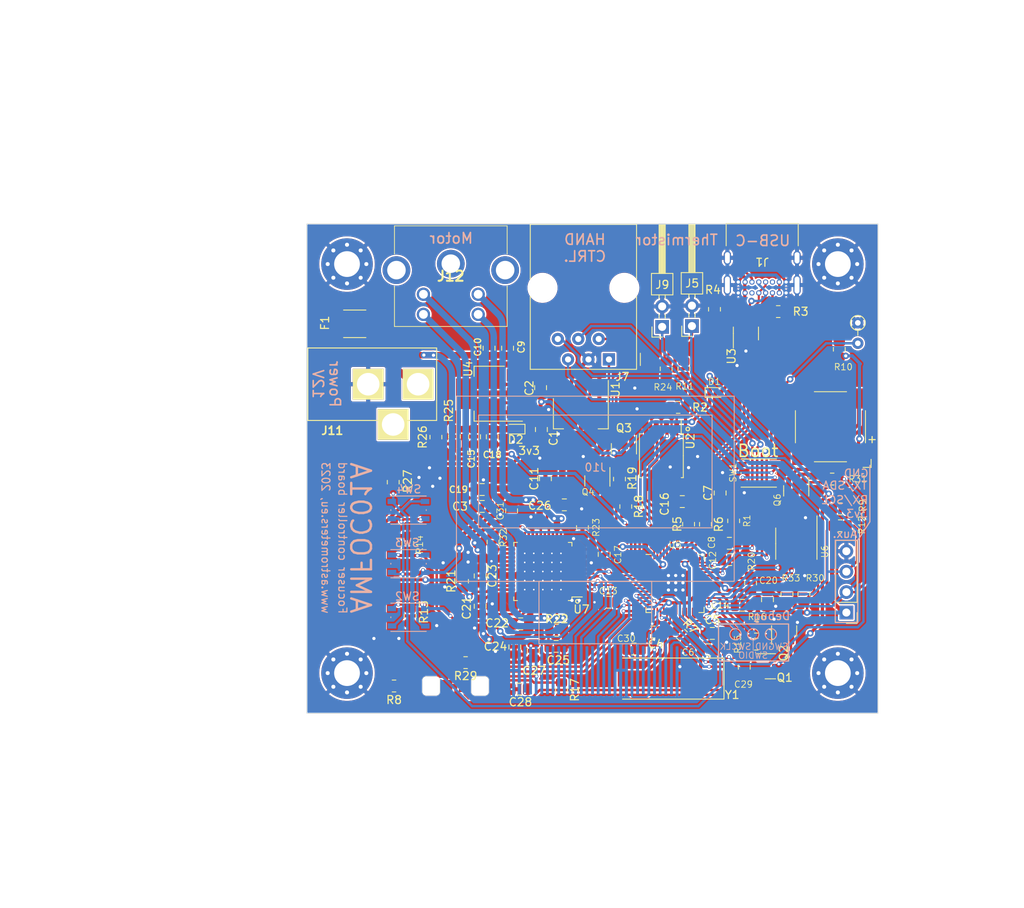
<source format=kicad_pcb>
(kicad_pcb (version 20221018) (generator pcbnew)
  (layers (0 "F.Cu" signal) (31 "B.Cu" signal) (34 "B.Paste" user) (35 "F.Paste" user) (36 "B.SilkS" user "B.Silkscreen") (37 "F.SilkS" user "F.Silkscreen") (38 "B.Mask" user) (39 "F.Mask" user) (44 "Edge.Cuts" user))
  (net 0 "")
  (net 1 "GND")
  (net 2 "+3V3")
  (net 3 "+1V1")
  (net 4 "+12V")
  (net 5 "+5VA")
  (net 6 "+5VD")
  (net 7 "Net-(BZ1-+)")
  (net 8 "Net-(U5-XIN)")
  (net 9 "Net-(U7-CPI)")
  (net 10 "Net-(U7-CP0)")
  (net 11 "Net-(U7-VCP)")
  (net 12 "Net-(R1-Pad1)")
  (net 13 "Net-(U7-5VOUT)")
  (net 14 "/ADC2")
  (net 15 "Net-(U7-BRA)")
  (net 16 "/RX{slash}SCL")
  (net 17 "Net-(U7-BRB)")
  (net 18 "Net-(C29-Pad2)")
  (net 19 "/TX{slash}SDA")
  (net 20 "/LED1B_OUT")
  (net 21 "/LED1A_OUT")
  (net 22 "/BTN_EXT")
  (net 23 "/ADC3")
  (net 24 "Net-(C30-Pad1)")
  (net 25 "Net-(C30-Pad2)")
  (net 26 "Net-(D3-A)")
  (net 27 "Net-(D4-K)")
  (net 28 "/LCD_DC")
  (net 29 "Net-(D4-A)")
  (net 30 "/LCD_CS")
  (net 31 "Net-(J1-CC1)")
  (net 32 "Net-(J1-D+-PadA6)")
  (net 33 "Net-(J1-D--PadA7)")
  (net 35 "Net-(J1-CC2)")
  (net 37 "/LCD_RST")
  (net 38 "/USB_DP")
  (net 39 "/USB_DN")
  (net 40 "/MOT_STOP")
  (net 41 "Net-(Q1-B)")
  (net 42 "/ADC1")
  (net 43 "Net-(Q2-B)")
  (net 44 "/BTN_A")
  (net 45 "Net-(Q2-C)")
  (net 46 "Net-(Q3-B)")
  (net 47 "Net-(Q4-B)")
  (net 48 "Net-(Q6-B)")
  (net 49 "Net-(U2-~{CS})")
  (net 50 "Net-(U5-USB_DP)")
  (net 51 "Net-(U5-USB_DM)")
  (net 52 "Net-(U5-XOUT)")
  (net 53 "Net-(U7-~{DRV_EN}_CFG6)")
  (net 54 "Net-(U7-ENCA_DCIN_CFG5)")
  (net 55 "Net-(F1-Pad1)")
  (net 56 "Net-(U2-DO(IO1))")
  (net 57 "Net-(U2-IO2)")
  (net 58 "Net-(U2-DI(IO0))")
  (net 59 "Net-(U2-CLK)")
  (net 60 "+5V")
  (net 61 "/BTN_B")
  (net 62 "/LED0A")
  (net 63 "Net-(U2-IO3)")
  (net 65 "/SCLK")
  (net 66 "/SWD")
  (net 67 "/LED0B")
  (net 68 "/LED1A")
  (net 70 "Net-(C6-Pad2)")
  (net 80 "/LED1B")
  (net 82 "/BTN_C")
  (net 83 "/EXT_PWR_SENS")
  (net 84 "/MOT_EN")
  (net 85 "/SPI_MISO")
  (net 86 "/SPI_CS")
  (net 87 "/LCD_CLK")
  (net 88 "/LCD_DIN")
  (net 90 "/BUZ_PWM")
  (net 95 "Net-(J10-Pad26)")
  (net 97 "Net-(C28-Pad2)")
  (net 99 "Net-(C29-Pad1)")
  (net 100 "Net-(C27-Pad2)")
  (net 101 "/SCL1")
  (net 105 "/SDA1")
  (net 114 "/M_A1")
  (net 115 "/M_B1")
  (net 116 "/M_A2")
  (net 117 "/M_B2")
  (footprint "Resistor_SMD:R_0805_2012Metric" (layer "F.Cu") (at 117.2 98.0125 -90)
    (fp_text reference "R32")
    (fp_text value "33R")
  )
  (footprint "Resistor_SMD:R_0805_2012Metric" (layer "F.Cu") (at 152.6125 69.4)
    (fp_text reference "R3")
    (fp_text value "5k1")
  )
  (footprint "Resistor_SMD:R_0805_2012Metric" (layer "F.Cu") (at 104.8 90.5875 90)
    (fp_text reference "R27")
    (fp_text value "1k")
  )
  (footprint "Resistor_SMD:R_0805_2012Metric" (layer "F.Cu") (at 106.6 98.1875 90)
    (fp_text reference "R14")
    (fp_text value "1k")
  )
  (footprint "Resistor_SMD:R_0805_2012Metric" (layer "F.Cu") (at 149.8875 110.7)
    (fp_text reference "R15")
    (fp_text value "100R")
  )
  (footprint "Capacitor_SMD:C_0805_2012Metric" (layer "F.Cu") (at 114.9 84.95 -90)
    (fp_text reference "C15")
    (fp_text value "10u")
  )
  (footprint "Connector_PinHeader_2.54mm:PinHeader_2x01_P2.54mm_Horizontal" (layer "F.Cu") (at 141.9 71.2 90)
    (property "Value" "Conn_01x02")
    (fp_text reference "J5")
    (fp_text value "Conn_01x02")
  )
  (footprint "Capacitor_SMD:C_0805_2012Metric" (layer "F.Cu") (at 123.2 84.05 -90)
    (fp_text reference "C1")
    (fp_text value "100n")
  )
  (footprint "Resistor_SMD:R_0805_2012Metric" (layer "F.Cu") (at 160.3125 96)
    (fp_text reference "R12")
    (fp_text value "DNF")
  )
  (footprint "Capacitor_SMD:C_0805_2012Metric" (layer "F.Cu") (at 120.45 116.3)
    (fp_text reference "C28")
    (fp_text value "10u")
  )
  (footprint "Resistor_SMD:R_0805_2012Metric" (layer "F.Cu") (at 153.7 104.4875 90)
    (property "Value" "1k")
    (fp_text reference "R33")
    (fp_text value "1k")
  )
  (footprint "MountingHole:MountingHole_3.2mm_M3_Pad_Via" (layer "F.Cu") (at 160.02 63.5)
    (property "Value" "MountingHole_Pad")
    (fp_text reference "H4" hide)
    (fp_text value "MountingHole_Pad" hide)
  )
  (footprint "Capacitor_SMD:C_0805_2012Metric" (layer "F.Cu") (at 140.7 93)
    (fp_text reference "C16")
    (fp_text value "100n")
  )
  (footprint "Resistor_SMD:R_0805_2012Metric" (layer "F.Cu") (at 147.08 95.3925 -90)
    (fp_text reference "R1")
    (fp_text value "1k")
  )
  (footprint "Resistor_SMD:R_0805_2012Metric" (layer "F.Cu") (at 125.0925 108.98)
    (fp_text reference "R22")
    (fp_text value "0R15")
  )
  (footprint "Resistor_SMD:R_0805_2012Metric" (layer "F.Cu") (at 113.7875 113 180)
    (property "Value" "390k")
    (fp_text reference "R29")
    (fp_text value "390k")
  )
  (footprint "Capacitor_SMD:C_0805_2012Metric" (layer "F.Cu") (at 120.63 108.18 180)
    (fp_text reference "C22")
    (fp_text value "100n")
  )
  (footprint "Capacitor_SMD:C_0805_2012Metric" (layer "F.Cu") (at 123.7 90.15 90)
    (fp_text reference "C11")
    (fp_text value "100n")
  )
  (footprint "Resistor_SMD:R_0805_2012Metric" (layer "F.Cu") (at 132.9 90.2 90)
    (fp_text reference "R19")
    (fp_text value "100R")
  )
  (footprint "Resistor_SMD:R_0805_2012Metric" (layer "F.Cu") (at 104.9 115.9 180)
    (property "Value" "200R")
    (fp_text reference "R8")
    (fp_text value "200R")
  )
  (footprint "Resistor_SMD:R_0805_2012Metric" (layer "F.Cu") (at 140.1875 81.3 180)
    (fp_text reference "R2")
    (fp_text value "DNF")
  )
  (footprint "Capacitor_SMD:C_0805_2012Metric" (layer "F.Cu") (at 144.43 109.37)
    (fp_text reference "C5")
    (fp_text value "100n")
  )
  (footprint "Diode_SMD:D_SOD-523" (layer "F.Cu") (at 119.9 84 180)
    (fp_text reference "D2")
    (fp_text value "BZX584C5V6-DC")
  )
  (footprint "Resistor_SMD:R_0805_2012Metric" (layer "F.Cu") (at 140.9 76.5 90)
    (fp_text reference "R11")
    (fp_text value "DNF")
  )
  (footprint "Capacitor_SMD:C_0805_2012Metric" (layer "F.Cu") (at 122.2 111.55 90)
    (property "Value" "10u")
    (fp_text reference "C27")
    (fp_text value "10u")
  )
  (footprint "Resistor_SMD:R_0805_2012Metric" (layer "F.Cu") (at 112.4 84.9125 -90)
    (fp_text reference "R25")
    (fp_text value "10k")
  )
  (footprint "Package_TO_SOT_SMD:SOT-23" (layer "F.Cu") (at 153.35 109.0625 90)
    (fp_text reference "Q2")
    (fp_text value "BC817-25")
  )
  (footprint "Capacitor_SMD:C_0805_2012Metric" (layer "F.Cu") (at 131.55 105.5 180)
    (fp_text reference "C13")
    (fp_text value "100n")
  )
  (footprint "Button_Switch_SMD:SW_Push_1P1T_NO_Vertical_Wuerth_434133025816" (layer "F.Cu") (at 150.2 89.455 180)
    (fp_text reference "SW1")
    (fp_text value "434133025816")
  )
  (footprint "Resistor_SMD:R_0805_2012Metric" (layer "F.Cu") (at 141.48 95.8 -90)
    (fp_text reference "R5")
    (fp_text value "27R4")
  )
  (footprint "Capacitor_SMD:C_0805_2012Metric" (layer "F.Cu") (at 119.9 111.05 -90)
    (fp_text reference "C24")
    (fp_text value "100n")
  )
  (footprint "Resistor_SMD:R_0805_2012Metric" (layer "F.Cu") (at 140.645235 109.545235 -45)
    (fp_text reference "R7")
    (fp_text value "1k")
  )
  (footprint "Resistor_SMD:R_0805_2012Metric" (layer "F.Cu") (at 149.8875 108.6)
    (fp_text reference "R16")
    (fp_text value "100R")
  )
  (footprint "Resistor_SMD:R_0805_2012Metric" (layer "F.Cu") (at 159.3125 90.2)
    (fp_text reference "R31")
    (fp_text value "100R")
  )
  (footprint "Resistor_SMD:R_0805_2012Metric" (layer "F.Cu") (at 143.58 95.8125 -90)
    (fp_text reference "R6")
    (fp_text value "27R4")
  )
  (footprint "Capacitor_SMD:C_0805_2012Metric" (layer "F.Cu") (at 151.28 105.18 -90)
    (fp_text reference "C20")
    (fp_text value "1u")
  )
  (footprint "Capacitor_SMD:C_0805_2012Metric" (layer "F.Cu") (at 148.18 105.88)
    (fp_text reference "C14")
    (fp_text value "100n")
  )
  (footprint "Capacitor_SMD:C_0805_2012Metric" (layer "F.Cu") (at 148.4 113.55 -90)
    (property "Value" "2.2u")
    (fp_text reference "C29")
    (fp_text value "2.2u")
  )
  (footprint "Package_TO_SOT_SMD:SOT-23" (layer "F.Cu") (at 151.6375 113.45)
    (fp_text reference "Q1")
    (fp_text value "BC807-25")
  )
  (footprint "Capacitor_SMD:C_0805_2012Metric" (layer "F.Cu") (at 116.7 73.95 90)
    (fp_text reference "C10")
    (fp_text value "100n")
  )
  (footprint "Connector_RJ:RJ12_Amphenol_54601" (layer "F.Cu") (at 131.59 75.339492 180)
    (fp_text reference "J7")
    (fp_text value "Conn_01x04")
  )
  (footprint "Package_TO_SOT_SMD:SOT-23" (layer "F.Cu") (at 130.15 90.4375 -90)
    (fp_text reference locked "Q4")
    (fp_text value "BC817-25")
  )
  (footprint "Diode_SMD:D_SOD-523" (layer "F.Cu") (at 144.8 79.445)
    (fp_text reference "D1")
    (fp_text value "BZX584C5V6-DC")
  )
  (footprint "Mlab_CON:MiniDIN-4  KMDGX4SN" (layer "F.Cu") (at 108.55 67.249492 180)
    (fp_text reference "J12")
    (fp_text value "Mini-DIN-4" hide)
  )
  (footprint "Capacitor_SMD:C_0805_2012Metric" (layer "F.Cu") (at 137.05 109.2)
    (fp_text reference "C4")
    (fp_text value "27p")
  )
  (footprint "Package_TO_SOT_SMD:SOT-23" (layer "F.Cu") (at 154.85 91.6625 -90)
    (fp_text reference "Q6")
    (fp_text value "BC817-25")
  )
  (footprint "Resistor_THT:R_Axial_DIN0204_L3.6mm_D1.6mm_P2.54mm_Vertical" (layer "F.Cu") (at 162.5 70.8 -90)
    (fp_text reference "TH1" hide)
    (fp_text value "Thermistor 100k" hide)
  )
  (footprint "Package_SO:SOIC-8_3.9x4.9mm_P1.27mm" (layer "F.Cu") (at 154.865 98.225 -90)
    (property "Value" "AT24CS64-SSHM")
    (fp_text reference "U6")
    (fp_text value "AT24CS64-SSHM")
  )
  (footprint "Mlab_D:LED_1206_2" (layer "F.Cu") (at 109.5075 115.9)
    (fp_text reference "D3" hide)
    (fp_text value "Red" hide)
    (fp_line (start -1.1 0.7) (end -1.1 -0.7) (stroke (width 0.05)) (layer "Edge.Cuts"))
    (fp_line (start -0.6 -1.2) (end 0.6 -1.2) (stroke (width 0.05)) (layer "Edge.Cuts"))
    (fp_line (start -0.6 1.2) (end 0.6 1.2) (stroke (width 0.05)) (layer "Edge.Cuts"))
    (fp_line (start 1.1 0.7) (end 1.1 -0.7) (stroke (width 0.05)) (layer "Edge.Cuts"))
    (fp_arc (start -1.1 -0.7) (mid -0.953553 -1.053553) (end -0.6 -1.2) (stroke (width 0.05)) (layer "Edge.Cuts"))
    (fp_arc (start -0.6 1.2) (mid -0.953553 1.053553) (end -1.1 0.7) (stroke (width 0.05)) (layer "Edge.Cuts"))
    (fp_arc (start 0.6 -1.2) (mid 0.953553 -1.053553) (end 1.1 -0.7) (stroke (width 0.05)) (layer "Edge.Cuts"))
    (fp_arc (start 1.1 0.7) (mid 0.953553 1.053553) (end 0.6 1.2) (stroke (width 0.05)) (layer "Edge.Cuts"))
  )
  (footprint "Capacitor_SMD:C_0805_2012Metric" (layer "F.Cu") (at 115.6 106 90)
    (fp_text reference "C21")
    (fp_text value "22nF 50V")
  )
  (footprint "Capacitor_SMD:C_0805_2012Metric" (layer "F.Cu") (at 117.1 84.95 -90)
    (fp_text reference "C18")
    (fp_text value "100n")
  )
  (footprint "Capacitor_SMD:C_0805_2012Metric" (layer "F.Cu") (at 115.85 91.5 180)
    (fp_text reference "C19")
    (fp_text value "100n")
  )
  (footprint "Package_TO_SOT_SMD:SOT-223-3_TabPin2" (layer "F.Cu") (at 128.1 82.05 -90)
    (fp_text reference "U1")
    (fp_text value "NCP1117-3.3")
  )
  (footprint "Fuse:Fuse_1812_4532Metric" (layer "F.Cu") (at 100.0175 70.92)
    (fp_text reference "F1")
    (fp_text value "0ZCG0110AF2C" hide)
  )
  (footprint "Package_QFP:TQFP-48-1EP_7x7mm_P0.5mm_EP5x5mm_ThermalVias" (layer "F.Cu") (at 123.38 101.68 180)
    (fp_text reference "U7")
    (fp_text value "TMC5130A-TA")
  )
  (footprint "Package_TO_SOT_SMD:SOT-23-6" (layer "F.Cu") (at 148.6 72.119492 90)
    (fp_text reference "U3")
    (fp_text value "USBLC6-2SC6")
  )
  (footprint "Capacitor_SMD:C_0805_2012Metric" (layer "F.Cu") (at 115.6 102.23 90)
    (fp_text reference "C23")
    (fp_text value "4u")
  )
  (footprint "Capacitor_SMD:C_0805_2012Metric" (layer "F.Cu") (at 119 73.95 90)
    (fp_text reference "C9")
    (fp_text value "10u")
  )
  (footprint "Capacitor_SMD:C_0805_2012Metric" (layer "F.Cu") (at 119.5 94.15 90)
    (fp_text reference "C31")
    (fp_text value "100n")
  )
  (footprint "Resistor_SMD:R_0805_2012Metric" (layer "F.Cu") (at 160.2 74.0875 90)
    (fp_text reference "R10")
    (fp_text value "100k")
  )
  (footprint "Capacitor_SMD:C_0805_2012Metric" (layer "F.Cu") (at 143.95 111.4 180)
    (fp_text reference "C6")
    (fp_text value "27p")
  )
  (footprint "Capacitor_SMD:C_0805_2012Metric" (layer "F.Cu") (at 123.1 78.85 90)
    (fp_text reference "C2")
    (fp_text value "10u")
  )
  (footprint "Package_SO:SOIC-8_5.23x5.23mm_P1.27mm" (layer "F.Cu") (at 138.1 87.3 -90)
    (fp_text reference "U2")
    (fp_text value "W25Q128JVS")
  )
  (footprint "Resistor_SMD:R_0805_2012Metric" (layer "F.Cu") (at 133.68 93.6125 90)
    (fp_text reference "R18")
    (fp_text value "100R")
  )
  (footprint "Resistor_SMD:R_0805_2012Metric" (layer "F.Cu") (at 144.7 69.1125 -90)
    (fp_text reference "R4")
    (fp_text value "5k1")
  )
  (footprint "Resistor_SMD:R_0805_2012Metric" (layer "F.Cu") (at 106.9 107.2125 -90)
    (fp_text reference "R13")
    (fp_text value "1k")
  )
  (footprint "Package_TO_SOT_SMD:SOT-23" (layer "F.Cu") (at 133.45 86.4375 -90)
    (fp_text reference "Q3")
    (fp_text value "BC807-25")
  )
  (footprint "Package_DFN_QFN:QFN-56-1EP_7x7mm_P0.4mm_EP3.2x3.2mm" (layer "F.Cu") (at 139.8 103.17)
    (fp_text reference "U5")
    (fp_text value "RP2040")
  )
  (footprint "Capacitor_SMD:C_0805_2012Metric" (layer "F.Cu") (at 131 99.55 -90)
    (fp_text reference "C17")
    (fp_text value "100n")
  )
  (footprint "Resistor_SMD:R_0805_2012Metric" (layer "F.Cu") (at 138.7 76.5 90)
    (fp_text reference "R24")
    (fp_text value "DNF")
  )
  (footprint "Capacitor_SMD:C_0805_2012Metric" (layer "F.Cu") (at 146.55 98.18)
    (fp_text reference "C8")
    (fp_text value "1u")
  )
  (footprint "Resistor_SMD:R_0805_2012Metric" (layer "F.Cu") (at 113.4 102.8875 90)
    (fp_text reference "R21")
    (fp_text value "33R")
  )
  (footprint "Connector_PinHeader_2.54mm:PinHeader_1x04_P2.54mm_Vertical" (layer "F.Cu") (at 161.08 106.78 180)
    (fp_text reference "J6" hide)
    (fp_text value "Conn_01x04")
  )
  (footprint "Buzzer_Beeper:MagneticBuzzer_CUI_CMT-8504-100-SMT" (layer "F.Cu") (at 159.1 83.7 180)
    (property "Value" "Buzzer")
    (fp_text reference "BZ1" hide)
    (fp_text value "Buzzer")
  )
  (footprint "Mlab_CON:USB-C_UJ20-C-H-G-SMT-TR" (layer "F.Cu") (at 150.625 65.73 180)
    (fp_text reference "J1")
    (fp_text value "USBC_USB4105-GF-A")
  )
  (footprint "MountingHole:MountingHole_3.2mm_M3_Pad_Via" (layer "F.Cu") (at 99.06 63.5)
    (property "Value" "MountingHole_Pad")
    (fp_text reference "H3" hide)
    (fp_text value "MountingHole_Pad" hide)
  )
  (footprint "Capacitor_SMD:C_0805_2012Metric" (layer "F.Cu") (at 145.4 91.93 90)
    (fp_text reference "C7")
    (fp_text value "100n")
  )
  (footprint "Resistor_SMD:R_0805_2012Metric" (layer "F.Cu") (at 155.8 104.4875 90)
    (fp_text reference "R30")
    (fp_text value "1k")
  )
  (footprint "Connector_PinHeader_2.54mm:PinHeader_2x01_P2.54mm_Horizontal" (layer "F.Cu") (at 138.2 71.3 90)
    (property "Value" "Conn_01x02")
    (fp_text reference "J9")
    (fp_text value "Conn_01x02")
  )
  (footprint "Resistor_SMD:R_0805_2012Metric" (layer "F.Cu") (at 149.18 103.12 90)
    (fp_text reference "R20")
    (fp_text value "1k")
  )
  (footprint "Capacitor_SMD:C_0805_2012Metric" (layer "F.Cu") (at 146.58 100.2)
    (fp_text reference "C12")
    (fp_text value "100n")
  )
  (footprint "Capacitor_SMD:C_0805_2012Metric" (layer "F.Cu") (at 126.05 93.4 180)
    (fp_text reference "C26")
    (fp_text value "100n")
  )
  (footprint "Package_TO_SOT_SMD:SOT-223-3_TabPin2" (layer "F.Cu") (at 116.75 79.6 180)
    (fp_text reference "U4")
    (fp_text value "NCP1117-5.0_SOT223")
  )
  (footprint "Capacitor_SMD:C_0805_2012Metric" (layer "F.Cu") (at 125.03 110.98)
    (fp_text reference "C25")
    (fp_text value "100n")
  )
  (footprint "Resistor_SMD:R_0805_2012Metric" (layer "F.Cu") (at 125.7 116.3875 -90)
    (fp_text reference "R17")
    (fp_text value "200R")
  )
  (footprint "MountingHole:MountingHole_3.2mm_M3_Pad_Via" (layer "F.Cu") (at 99.06 114.3)
    (property "Value" "MountingHole_Pad")
    (fp_text reference "H1" hide)
    (fp_text value "MountingHole_Pad" hide)
  )
  (footprint "Crystal:Crystal_SMD_HC49-SD" (layer "F.Cu") (at 139.18 114.98 180)
    (fp_text reference "Y1")
    (fp_text value "ABLS-12.000MHZ-B4-T ")
  )
  (footprint "Mlab_CON:DC2,1MM" (layer "F.Cu") (at 104.08 78.42 180)
    (property "Value" "Jack-DC")
    (fp_text reference "J11")
    (fp_text value "Jack-DC" hide)
  )
  (footprint "Resistor_SMD:R_0805_2012Metric" (layer "F.Cu") (at 128.3 96.2125 90)
    (fp_text reference "R23")
    (fp_text value "0R15")
  )
  (footprint "Capacitor_SMD:C_0805_2012Metric" (layer "F.Cu") (at 134.7 111.3)
    (property "Value" "2.2u")
    (fp_text reference "C30")
    (fp_text value "2.2u")
  )
  (footprint "MountingHole:MountingHole_3.2mm_M3_Pad_Via" (layer "F.Cu") (at 160.02 114.3)
    (property "Value" "MountingHole_Pad")
    (fp_text reference "H2" hide)
    (fp_text value "MountingHole_Pad" hide)
  )
  (footprint "Capacitor_SMD:C_0805_2012Metric" (layer "F.Cu") (at 115.85 93.6 180)
    (fp_text reference "C3")
    (fp_text value "10u")
  )
  (footprint "Mlab_D:LED_1206_2" (layer "F.Cu") (at 115.58 115.9)
    (fp_text reference "D4" hide)
    (fp_text value "Orange" hide)
    (fp_line (start -1.1 0.7) (end -1.1 -0.7) (stroke (width 0.05)) (layer "Edge.Cuts"))
    (fp_line (start -0.6 -1.2) (end 0.6 -1.2) (stroke (width 0.05)) (layer "Edge.Cuts"))
    (fp_line (start -0.6 1.2) (end 0.6 1.2) (stroke (width 0.05)) (layer "Edge.Cuts"))
    (fp_line (start 1.1 0.7) (end 1.1 -0.7) (stroke (width 0.05)) (layer "Edge.Cuts"))
    (fp_arc (start -1.1 -0.7) (mid -0.953553 -1.053553) (end -0.6 -1.2) (stroke (width 0.05)) (layer "Edge.Cuts"))
    (fp_arc (start -0.6 1.2) (mid -0.953553 1.053553) (end -1.1 0.7) (stroke (width 0.05)) (layer "Edge.Cuts"))
    (fp_arc (start 0.6 -1.2) (mid 0.953553 -1.053553) (end 1.1 -0.7) (stroke (width 0.05)) (layer "Edge.Cuts"))
    (fp_arc (start 1.1 0.7) (mid 0.953553 1.053553) (end 0.6 1.2) (stroke (width 0.05)) (layer "Edge.Cuts"))
  )
  (footprint "Resistor_SMD:R_0805_2012Metric" (layer "F.Cu") (at 160.3125 93.9)
    (fp_text reference "R9")
    (fp_text value "DNF")
  )
  (footprint "Resistor_SMD:R_0805_2012Metric" (layer "F.Cu") (at 110.1 84.9875 90)
    (fp_text reference "R26")
    (fp_text value "20k")
  )
  (footprint "TestPoint:TestPoint_Pad_D1.0mm" (layer "B.Cu") (at 151.7038 109.470263 180)
    (property "Value" "Conn_01x01")
    (fp_text reference "J4" hide)
    (fp_text value "Conn_01x01")
  )
  (footprint "Button_Switch_SMD:SW_Push_1P1T_NO_Vertical_Wuerth_434133025816" (layer "B.Cu") (at 106.7 94.055556)
    (fp_text reference "SW4")
    (fp_text value "434133025816")
  )
  (footprint "Button_Switch_SMD:SW_Push_1P1T_NO_Vertical_Wuerth_434133025816" (layer "B.Cu") (at 106.7 107.366668 180)
    (fp_text reference "SW2")
    (fp_text value "434133025816")
  )
  (footprint "TestPoint:TestPoint_Pad_D1.0mm" (layer "B.Cu") (at 147.3038 109.470263 180)
    (property "Value" "Conn_01x01")
    (fp_text reference "J2" hide)
    (fp_text value "Conn_01x01")
  )
  (footprint "Mlab_DISPLAY:MLD130-12864A" (layer "B.Cu") (at 129.9 89.255 180)
    (fp_text reference "J10")
    (fp_text value "OLED")
  )
  (footprint "Button_Switch_SMD:SW_Push_1P1T_NO_Vertical_Wuerth_434133025816" (layer "B.Cu") (at 106.7 100.711112 180)
    (fp_text reference "SW3")
    (fp_text value "434133025816")
  )
  (footprint "TestPoint:TestPoint_Pad_D1.0mm" (layer "B.Cu") (at 149.5038 109.470263 180)
    (property "Value" "Conn_01x01")
    (fp_text reference "J3" hide)
    (fp_text value "Conn_01x01")
  )
  (gr_line (start 149.5038 110.3) (end 149.5038 111.5) (stroke (width 0.08)) (layer "B.SilkS"))
  (gr_rect (start 145.2 108.2) (end 153.9 112.8) (stroke (width 0.15)) (fill none) (layer "B.SilkS"))
  (gr_rect (start 159.7 97.8) (end 162.5 108) (stroke (width 0.15)) (fill none) (layer "B.SilkS"))
  (gr_line (start 164 95.5) (end 162.5 97.8) (stroke (width 0.15)) (layer "B.SilkS"))
  (gr_line (start 164 88.5) (end 164 95.5) (stroke (width 0.15)) (layer "B.SilkS"))
  (gr_circle (center 127.68 105.38) (end 127.88 105.48) (stroke (width 0.15)) (fill none) (layer "F.SilkS"))
  (gr_circle (center 141.38 83.98) (end 141.18 83.88) (stroke (width 0.15)) (fill none) (layer "F.SilkS"))
  (gr_rect (start 94.08 58.52) (end 165 119.28) (stroke (width 0.1)) (fill none) (layer "Edge.Cuts"))
  (gr_text "AMFOC01A, 2023\nAstrometers.eu\nroman-dvorak" (at 95.1 98.4 -90) (layer "F.Cu") (effects (font (size 1.5 1.5) (thickness 0.3) bold) (justify bottom)))
  (gr_text "AMFOC01A" (at 100.7 97.5 270) (layer "B.SilkS") (effects (font (size 2.45 2.45) (thickness 0.3)) (justify mirror)))
  (gr_text "TX/SDA" (at 160.9 91) (layer "B.SilkS") (effects (font (size 1 1)) (justify mirror)))
  (gr_text "GND" (at 162.3 89.5) (layer "B.SilkS") (effects (font (size 1 1)) (justify mirror)))
  (gr_text "SWCLK" (at 147.3 111) (layer "B.SilkS") (effects (font (size 0.8 0.8) (thickness 0.1)) (justify mirror)))
  (gr_text "Motor" (at 112 60.3) (layer "B.SilkS") (effects (font (size 1.3 1.3) (thickness 0.2)) (justify mirror)))
  (gr_text "RX/SCL" (at 160.9 92.8) (layer "B.SilkS") (effects (font (size 1 1)) (justify mirror)))
  (gr_text "SWGND" (at 151.8 111) (layer "B.SilkS") (effects (font (size 0.8 0.8) (thickness 0.1)) (justify mirror)))
  (gr_text "Aux.\n" (at 160.9 97) (layer "B.SilkS") (effects (font (size 1 1)) (justify mirror)))
  (gr_text "www.astrometers.eu, 2023" (at 96.4 97.5 270) (layer "B.SilkS") (effects (font (size 1 0.95)) (justify mirror)))
  (gr_text "Focuser controller board" (at 98.5 97.5 270) (layer "B.SilkS") (effects (font (size 1 1)) (justify mirror)))
  (gr_text "SWDIO" (at 149.5 112.1) (layer "B.SilkS") (effects (font (size 0.8 0.8) (thickness 0.1)) (justify mirror)))
  (gr_text "Debug" (at 151.8 107.2) (layer "B.SilkS") (effects (font (size 1 1)) (justify mirror)))
  (gr_text "USB-C" (at 150.7 60.6) (layer "B.SilkS") (effects (font (size 1.3 1.3) (thickness 0.2)) (justify mirror)))
  (gr_text "Power\n12V" (at 96.5 78.4 270) (layer "B.SilkS") (effects (font (size 1.3 1.3) (thickness 0.2)) (justify mirror)))
  (gr_text "3v3" (at 162.4 94.5) (layer "B.SilkS") (effects (font (size 1 1)) (justify mirror)))
  (gr_text "HAND\nCTRL." (at 128.6 61.5) (layer "B.SilkS") (effects (font (size 1.3 1.3) (thickness 0.2)) (justify mirror)))
  (gr_text "Thermistor" (at 140 60.5) (layer "B.SilkS") (effects (font (size 1.3 1.3) (thickness 0.2)) (justify mirror)))
  (gr_text "Boot" (at 150.1 86.7) (layer "F.SilkS") (effects (font (size 1.5 1.5) (thickness 0.2))))
  (gr_text "3v3" (at 121.68 86.68) (layer "F.SilkS") (effects (font (size 1 1))))
  (segment (start 127.5425 99.43) (end 126.43 99.43) (width 0.3) (layer "F.Cu") (net 1))
  (segment (start 111.5 116) (end 111.6 115.9) (width 0.5) (layer "F.Cu") (net 1))
  (segment (start 148.6 73.256992) (end 148.6 74.3) (width 0.4) (layer "F.Cu") (net 1))
  (via (at 136.969381 108.169381) (size 0.45) (drill 0.3) (layers "F.Cu" "B.Cu") (net 1))
  (via (at 139.2 88.7) (size 0.8) (drill 0.4) (layers "F.Cu" "B.Cu") (net 1))
  (via (at 114.1 99.3) (size 0.8) (drill 0.4) (layers "F.Cu" "B.Cu") (net 1))
  (via (at 140.78 102.18) (size 0.8) (drill 0.4) (layers "F.Cu" "B.Cu") (net 1))
  (via (at 127.9 105.27) (size 0.8) (drill 0.4) (layers "F.Cu" "B.Cu") (net 1))
  (via (at 137.2 110.1) (size 0.45) (drill 0.3) (layers "F.Cu" "B.Cu") (net 1))
  (via (at 145.7 89.4) (size 0.8) (drill 0.4) (layers "F.Cu" "B.Cu") (net 1))
  (via (at 105.5 110) (size 0.8) (drill 0.4) (layers "F.Cu" "B.Cu") (net 1))
  (via (at 110.2 108.4) (size 0.8) (drill 0.4) (layers "F.Cu" "B.Cu") (net 1))
  (via (at 139.88 103.08) (size 0.8) (drill 0.4) (layers "F.Cu" "B.Cu") (net 1))
  (via (at 140.4 113.5) (size 0.8) (drill 0.4) (layers "F.Cu" "B.Cu") (net 1))
  (via (at 142.6 87.4) (size 0.8) (drill 0.4) (layers "F.Cu" "B.Cu") (net 1))
  (via (at 111 100.6) (size 0.8) (drill 0.4) (layers "F.Cu" "B.Cu") (net 1))
  (via (at 152.1 107.602766) (size 0.8) (drill 0.4) (layers "F.Cu" "B.Cu") (net 1))
  (via (at 127.2 97.6) (size 0.8) (drill 0.4) (layers "F.Cu" "B.Cu") (net 1))
  (via (at 129.4 100.6) (size 0.8) (drill 0.4) (layers "F.Cu" "B.Cu") (net 1))
  (via (at 129.8 105.5) (size 0.45) (drill 0.3) (layers "F.Cu" "B.Cu") (net 1))
  (via (at 134.8 78.9) (size 0.8) (drill 0.4) (layers "F.Cu" "B.Cu") (net 1))
  (via (at 125.3 84.6) (size 0.8) (drill 0.4) (layers "F.Cu" "B.Cu") (net 1))
  (via (at 117.4 102.3) (size 0.45) (drill 0.3) (layers "F.Cu" "B.Cu") (net 1))
  (via (at 102.4 110) (size 0.8) (drill 0.4) (layers "F.Cu" "B.Cu") (net 1))
  (via (at 135.08 81.48) (size 0.8) (drill 0.4) (layers "F.Cu" "B.Cu") (net 1))
  (via (at 147.5 76.1) (size 0.8) (drill 0.4) (layers "F.Cu" "B.Cu") (net 1))
  (via (at 138.98 103.08) (size 0.8) (drill 0.4) (layers "F.Cu" "B.Cu") (net 1))
  (via (at 155.9 102.2) (size 0.8) (drill 0.4) (layers "F.Cu" "B.Cu") (net 1))
  (via (at 118.1 94.6) (size 0.8) (drill 0.4) (layers "F.Cu" "B.Cu") (net 1))
  (via (at 119.5 116.3) (size 0.35) (drill 0.2) (layers "F.Cu" "B.Cu") (net 1))
  (via (at 152.3 106) (size 0.8) (drill 0.4) (layers "F.Cu" "B.Cu") (net 1))
  (via (at 121.9 94.9) (size 0.8) (drill 0.4) (layers "F.Cu" "B.Cu") (net 1))
  (via (at 110.6 90.1) (size 0.8) (drill 0.4) (layers "F.Cu" "B.Cu") (net 1))
  (via (at 128.2 93.9) (size 0.8) (drill 0.4) (layers "F.Cu" "B.Cu") (net 1))
  (via (at 156 95) (size 0.8) (drill 0.4) (layers "F.Cu" "B.Cu") (net 1))
  (via (at 148.4 91.9) (size 0.8) (drill 0.4) (layers "F.Cu" "B.Cu") (net 1))
  (via (at 123 87.6) (size 0.8) (drill 0.4) (layers "F.Cu" "B.Cu") (net 1))
  (via (at 140.78 103.98) (size 0.8) (drill 0.4) (layers "F.Cu" "B.Cu") (net 1))
  (via (at 117.5 111.6) (size 0.8) (drill 0.4) (layers "F.Cu" "B.Cu") (net 1))
  (via (at 140.8 111.8) (size 0.45) (drill 0.3) (layers "F.Cu" "B.Cu") (net 1))
  (via (at 139.88 102.18) (size 0.8) (drill 0.4) (layers "F.Cu" "B.Cu") (net 1))
  (via (at 134.5 109.4) (size 0.8) (drill 0.4) (layers "F.Cu" "B.Cu") (net 1))
  (via (at 127 105.27) (size 0.8) (drill 0.4) (layers "F.Cu" "B.Cu") (net 1))
  (via (at 108 90) (size 0.8) (drill 0.4) (layers "F.Cu" "B.Cu") (net 1))
  (via (at 119.7 85.6) (size 0.8) (drill 0.4) (layers "F.Cu" "B.Cu") (net 1))
  (via (at 141.48 88.78) (size 0.8) (drill 0.4) (layers "F.Cu" "B.Cu") (net 1))
  (via (at 116 90.3) (size 0.8) (drill 0.4) (layers "F.Cu" "B.Cu") (net 1))
  (via (at 148.6 74.3) (size 0.8) (drill 0.4) (layers "F.Cu" "B.Cu") (net 1))
  (via (at 140.78 103.08) (size 0.8) (drill 0.4) (layers "F.Cu" "B.Cu") (net 1))
  (via (at 111.2 103.6) (size 0.8) (drill 0.4) (layers "F.Cu" "B.Cu") (net 1))
  (via (at 114.9 108.7) (size 0.8) (drill 0.4) (layers "F.Cu" "B.Cu") (net 1))
  (via (at 109.7 91.1) (size 0.8) (drill 0.4) (layers "F.Cu" "B.Cu") (net 1))
  (via (at 117 100.4) (size 0.45) (drill 0.3) (layers "F.Cu" "B.Cu") (net 1))
  (via (at 138.98 102.18) (size 0.8) (drill 0.4) (layers "F.Cu" "B.Cu") (net 1))
  (via (at 128.4 87.4) (size 0.8) (drill 0.4) (layers "F.Cu" "B.Cu") (net 1))
  (via (at 124.1 81.57) (size 0.8) (drill 0.4) (layers "F.Cu" "B.Cu") (net 1))
  (via (at 114.1 100.5) (size 0.8) (drill 0.4) (layers "F.Cu" "B.Cu") (net 1))
  (via (at 146.2 110.47) (size 0.8) (drill 0.4) (layers "F.Cu" "B.Cu") (net 1))
  (via (at 109.3 88.8) (size 0.8) (drill 0.4) (layers "F.Cu" "B.Cu") (net 1))
  (via (at 138.98 103.98) (size 0.8) (drill 0.4) (layers "F.Cu" "B.Cu") (net 1))
  (via (at 139.88 103.98) (size 0.8) (drill 0.4) (layers "F.Cu" "B.Cu") (net 1))
  (via (at 117.1 105.7) (size 0.8) (drill 0.4) (layers "F.Cu" "B.Cu") (net 1))
  (via (at 155 108) (size 0.8) (drill 0.4) (layers "F.Cu" "B.Cu") (net 1))
  (segment (start 140.4 99.259576) (end 140.105212 98.964788) (width 0.2) (layer "F.Cu") (net 2))
  (segment (start 142.2 100.77) (end 142.2 103.87) (width 0.4) (layer "F.Cu") (net 2))
  (segment (start 125.8 91.38) (end 117.12 91.38) (width 0.8) (layer "F.Cu") (net 2))
  (segment (start 141.1 81.3) (end 141.1 77.6125) (width 0.4) (layer "F.Cu") (net 2))
  (segment (start 149.155 104.0075) (end 149.18 104.0325) (width 0.4) (layer "F.Cu") (net 2))
  (segment (start 137.7 101.4) (end 137.7 104.87) (width 0.4) (layer "F.Cu") (net 2))
  (segment (start 136.3625 104.17) (end 137.57 104.17) (width 0.2) (layer "F.Cu") (net 2))
  (segment (start 129.24442 99.34442) (end 130.25558 99.34442) (width 0.3) (layer "F.Cu") (net 2))
  (segment (start 140 99.07) (end 140.1 98.97) (width 0.2) (layer "F.Cu") (net 2))
  (segment (start 161 74.9) (end 160.3 74.9) (width 0.4) (layer "F.Cu") (net 2))
  (segment (start 156.67 101.15) (end 156.67 100.7) (width 0.3) (layer "F.Cu") (net 2))
  (segment (start 159.4 93.7) (end 162.6 90.5) (width 0.4) (layer "F.Cu") (net 2))
  (segment (start 136.3625 104.17) (end 132.83 104.17) (width 0.2) (layer "F.Cu") (net 2))
  (segment (start 156.2 105) (end 157.075 104.125) (width 0.3) (layer "F.Cu") (net 2))
  (segment (start 140 106.6075) (end 140 105.57) (width 0.2) (layer "F.Cu") (net 2))
  (segment (start 137.17 100.57) (end 136.3625 100.57) (width 0.2) (layer "F.Cu") (net 2))
  (segment (start 143.2 99.6) (end 143.2 99.77) (width 0.4) (layer "F.Cu") (net 2))
  (segment (start 117.12 91.38) (end 116.8 91.7) (width 0.8) (layer "F.Cu") (net 2))
  (segment (start 137.85 101.25) (end 137.17 100.57) (width 0.2) (layer "F.Cu") (net 2))
  (segment (start 138.3 100.8) (end 137.7 101.4) (width 0.4) (layer "F.Cu") (net 2))
  (segment (start 156.2 106.7795) (end 154.3795 106.7795) (width 0.5) (layer "F.Cu") (net 2))
  (segment (start 159.4 93.9) (end 159.4 93.7) (width 0.4) (layer "F.Cu") (net 2))
  (segment (start 141.4 105.57) (end 140 105.57) (width 0.4) (layer "F.Cu") (net 2))
  (segment (start 131 98.6) (end 130.5 98.1) (width 0.8) (layer "F.Cu") (net 2))
  (segment (start 142.4 100.57) (end 142.2 100.77) (width 0.2) (layer "F.Cu") (net 2))
  (segment (start 142.87 100.57) (end 142.7 100.4) (width 0.2) (layer "F.Cu") (net 2))
  (segment (start 127.5425 98.93) (end 128.83 98.93) (width 0.3) (layer "F.Cu") (net 2))
  (segment (start 126.092893 86.307107) (end 127.2 85.2) (width 0.8) (layer "F.Cu") (net 2))
  (segment (start 141.6 105.77) (end 141.6 106.6075) (width 0.2) (layer "F.Cu") (net 2))
  (segment (start 148.8 103.945) (end 151.1325 103.945) (width 0.4) (layer "F.Cu") (net 2))
  (segment (start 143.2375 104.17) (end 142.2 104.17) (width 0.2) (layer "F.Cu") (net 2))
  (segment (start 137.7 104.87) (end 138.13 105.3) (width 0.4) (layer "F.Cu") (net 2))
  (segment (start 128.83 98.93) (end 129.24442 99.34442) (width 0.3) (layer "F.Cu") (net 2))
  (segment (start 105.9755 102) (end 108 102) (width 0.4) (layer "F.Cu") (net 2))
  (segment (start 144.99 99.68) (end 145.29 99.98) (width 0.4) (layer "F.Cu") (net 2))
  (segment (start 113 98.8) (end 113 97.6) (width 0.5) (layer "F.Cu") (net 2))
  (segment (start 128.658839 99.93) (end 129.24442 99.34442) (width 0.3) (layer "F.Cu") (net 2))
  (segment (start 140.105212 98.964788) (end 140.1 98.97) (width 0.4) (layer "F.Cu") (net 2))
  (segment (start 105.8 95.5) (end 106.1 95.2) (width 0.3) (layer "F.Cu") (net 2))
  (segment (start 140.105 87.955) (end 141.1 86.96) (width 0.4) (layer "F.Cu") (net 2))
  (segment (start 132.5 104.5) (end 132.5 105.5) (width 0.2) (layer "F.Cu") (net 2))
  (segment (start 142 100.37) (end 142.2 100.57) (width 0.2) (layer "F.Cu") (net 2))
  (segment (start 141.4 105.57) (end 142.2 104.77) (width 0.4) (layer "F.Cu") (net 2))
  (segment (start 126.795786 91.38) (end 125.8 91.38) (width 0.8) (layer "F.Cu") (net 2))
  (segment (start 106.1 95.2) (end 108.2 95.2) (width 0.3) (layer "F.Cu") (net 2))
  (segment (start 141.4 105.57) (end 141.6 105.77) (width 0.2) (layer "F.Cu") (net 2))
  (segment (start 130.207107 94.377107) (end 127.502893 91.672893) (width 0.8) (layer "F.Cu") (net 2))
  (segment (start 154.3795 106.7795) (end 151.83 104.23) (width 0.5) (layer "F.Cu") (net 2))
  (segment (start 159.3 96.1) (end 159.4 96) (width 0.5) (layer "F.Cu") (net 2))
  (segment (start 156.723528 101.15) (end 156.67 101.15) (width 0.3) (layer "F.Cu") (net 2))
  (segment (start 142.2 100.57) (end 142.4 100.57) (width 0.2) (layer "F.Cu") (net 2))
  (segment (start 141.1 86.96) (end 141.1 81.3) (width 0.4) (layer "F.Cu") (net 2))
  (segment (start 162.6 90.5) (end 162.6 87.2) (width 0.4) (layer "F.Cu") (net 2))
  (segment (start 143.2375 100.57) (end 142.87 100.57) (width 0.2) (layer "F.Cu") (net 2))
  (segment (start 143.2 99.77) (end 142.2 100.77) (width 0.4) (layer "F.Cu") (net 2))
  (segment (start 146.268886 104.0075) (end 149.155 104.0075) (width 0.4) (layer "F.Cu") (net 2))
  (segment (start 143.28 99.68) (end 144.99 99.68) (width 0.4) (layer "F.Cu") (net 2))
  (segment (start 139.024067 105.57) (end 140 105.57) (width 0.4) (layer "F.Cu") (net 2))
  (segment (start 130.5 98.1) (end 130.5 95.084214) (width 0.8) (layer "F.Cu") (net 2))
  (segment (start 125.8 91.38) (end 125.8 87.014214) (width 0.8) (layer "F.Cu") (net 2))
  (segment (start 108 102) (end 108.5 101.5) (width 0.4) (layer "F.Cu") (net 2))
  (segment (start 142.4 99.7325) (end 142.4 100.07) (width 0.2) (layer "F.Cu") (net 2))
  (segment (start 130.25558 99.34442) (end 130.508839 99.091161) (width 0.3) (layer "F.Cu") (net 2))
  (segment (start 143.2 99.6) (end 143.28 99.68) (width 0.4) (layer "F.Cu") (net 2))
  (segment (start 142.2 100.77) (end 142.2 100.57) (width 0.2) (layer "F.Cu") (net 2))
  (segment (start 147.2 105.5) (end 147.2 104.1) (width 0.4) (layer "F.Cu") (net 2))
  (segment (start 156.2 106.7795) (end 156.2 105) (width 0.3) (layer "F.Cu") (net 2))
  (segment (start 162.6 85.3) (end 162.7 85.2) (width 0.4) (layer "F.Cu") (net 2))
  (segment (start 159.3 105.4) (end 159.3 96.1) (width 0.5) (layer "F.Cu") (net 2))
  (segment (start 127.5425 99.93) (end 128.658839 99.93) (width 0.3) (layer "F.Cu") (net 2))
  (segment (start 140.9 77.4125) (end 138.7 77.4125) (width 0.4) (layer "F.Cu") (net 2))
  (segment (start 141.1 77.6125) (end 140.9 77.4125) (width 0.4) (layer "F.Cu") (net 2))
  (segment (start 140.4 99.7325) (end 140.4 99.259576) (width 0.2) (layer "F.Cu") (net 2))
  (segment (start 161.08 106.78) (end 160.68 106.78) (width 0.5) (layer "F.Cu") (net 2))
  (segment (start 162.6 87.2) (end 162.6 85.3) (width 0.4) (layer "F.Cu") (net 2))
  (segment (start 140 99.7325) (end 140 99.07) (width 0.2) (layer "F.Cu") (net 2))
  (segment (start 156.67 100.7) (end 156.67 101.389954) (width 0.25) (layer "F.Cu") (net 2))
  (segment (start 128.1 85.2) (end 128.1 78.9) (width 0.5) (layer "F.Cu") (net 2))
  (segment (start 138.754067 105.3) (end 139.024067 105.57) (width 0.4) (layer "F.Cu") (net 2))
  (segment (start 142.2 104.17) (end 142.2 103.87) (width 0.4) (layer "F.Cu") (net 2))
  (segment (start 140.105212 98.388941) (end 140.105212 98.964788) (width 0.4) (layer "F.Cu") (net 2))
  (segment (start 157.075 101.501472) (end 156.723528 101.15) (width 0.3) (layer "F.Cu") (net 2))
  (segment (start 146.011886 103.7505) (end 146.268886 104.0075) (width 0.4) (layer "F.Cu") (net 2))
  (segment (start 138.13 105.3) (end 138.754067 105.3) (width 0.4) (layer "F.Cu") (net 2))
  (segment (start 157.075 104.125) (end 157.075 101.501472) (width 0.3) (layer "F.Cu") (net 2))
  (segment (start 142.2 104.77) (end 142.2 104.17) (width 0.4) (layer "F.Cu") (net 2))
  (segment (start 142 100.37) (end 142 99.7325) (width 0.2) (layer "F.Cu") (net 2))
  (segment (start 113 97.6) (end 116.8 93.8) (width 0.5) (layer "F.Cu") (net 2))
  (segment (start 116.8 93.8) (end 116.8 91.7) (width 0.5) (layer "F.Cu") (net 2))
  (segment (start 151.83 104.23) (end 151.28 104.23) (width 0.5) (layer "F.Cu") (net 2))
  (segment (start 132.83 104.17) (end 132.5 104.5) (width 0.2) (layer "F.Cu") (net 2))
  (segment (start 159.4 93.9) (end 159.4 96) (width 0.4) (layer "F.Cu") (net 2))
  (segment (start 140.105 98.388729) (end 140.105 87.955) (width 0.4) (layer "F.Cu") (net 2))
  (segment (start 160.68 106.78) (end 159.3 105.4) (width 0.5) (layer "F.Cu") (net 2))
  (segment (start 133.3 98.6) (end 131 98.6) (width 0.4) (layer "F.Cu") (net 2))
  (segment (start 142.4 100.07) (end 142.6 100.27) (width 0.2) (layer "F.Cu") (net 2))
  (via (at 108.5 101.5) (size 0.45) (drill 0.3) (layers "F.Cu" "B.Cu") (net 2))
  (via (at 139.023567 105.5695) (size 0.8) (drill 0.4) (layers "F.Cu" "B.Cu") (net 2))
  (via (at 105.8 95.5) (size 0.45) (drill 0.3) (layers "F.Cu" "B.Cu") (net 2))
  (via (at 133.3 98.6) (size 0.8) (drill 0.4) (layers "F.Cu" "B.Cu") (net 2))
  (via (at 105.9755 102) (size 0.45) (drill 0.3) (layers "F.Cu" "B.Cu") (net 2))
  (via (at 113 98.8) (size 0.8) (drill 0.4) (layers "F.Cu" "B.Cu") (net 2))
  (via (at 143.2 99.6) (size 0.8) (drill 0.4) (layers "F.Cu" "B.Cu") (net 2))
  (via (at 162.7 85.2) (size 0.8) (drill 0.4) (layers "F.Cu" "B.Cu") (net 2))
  (via (at 156.2 106.7795) (size 0.8) (drill 0.4) (layers "F.Cu" "B.Cu") (net 2))
  (via (at 161 74.9) (size 0.8) (drill 0.4) (layers "F.Cu" "B.Cu") (net 2))
  (via (at 138.3 100.8) (size 0.8) (drill 0.4) (layers "F.Cu" "B.Cu") (net 2))
  (via (at 140.105212 98.388941) (size 0.8) (drill 0.4) (layers "F.Cu" "B.Cu") (net 2))
  (via (at 146.011886 103.7505) (size 0.8) (drill 0.4) (layers "F.Cu" "B.Cu") (net 2))
  (via (at 108.2 95.2) (size 0.45) (drill 0.3) (layers "F.Cu" "B.Cu") (net 2))
  (arc (start 126.795786 91.38) (mid 127.178469 91.45612) (end 127.502893 91.672893) (width 0.8) (layer "F.Cu") (net 2))
  (arc (start 126.092893 86.307107) (mid 125.87612 86.63153) (end 125.8 87.014214) (width 0.8) (layer "F.Cu") (net 2))
  (arc (start 130.207107 94.377107) (mid 130.42388 94.70153) (end 130.5 95.084214) (width 0.8) (layer "F.Cu") (net 2))
  (segment (start 161 74.9) (end 161.8 74.9) (width 0.4) (layer "B.Cu") (net 2))
  (segment (start 137.5995 106.760738) (end 137.5995 108.316374) (width 0.25) (layer "B.Cu") (net 2))
  (segment (start 137.7 100.1) (end 139.411059 98.388941) (width 0.4) (layer "B.Cu") (net 2))
  (segment (start 111.2 101.8) (end 108.8 101.8) (width 0.4) (layer "B.Cu") (net 2))
  (segment (start 107.8 107.8) (end 108.441668 108.441668) (width 0.3) (layer "B.Cu") (net 2))
  (segment (start 106.05 95.75) (end 106.05 101.9255) (width 0.3) (layer "B.Cu") (net 2))
  (segment (start 113 98.8) (end 113 100) (width 0.4) (layer "B.Cu") (net 2))
  (segment (start 104.65 108.441668) (end 104.85 108.441668) (width 0.3) (layer "B.Cu") (net 2))
  (segment (start 134.58 117.28) (end 136.22 117.28) (width 0.25) (layer "B.Cu") (net 2))
  (segment (start 162.8 75.9) (end 162.7 76) (width 0.4) (layer "B.Cu") (net 2))
  (segment (start 108.588888 101.5) (end 108.875 101.786112) (width 0.3) (layer "B.Cu") (net 2))
  (segment (start 105.8 95.5) (end 106.05 95.75) (width 0.3) (layer "B.Cu") (net 2))
  (segment (start 146.011886 103.7505) (end 145.9505 103.7505) (width 0.4) (layer "B.Cu") (net 2))
  (segment (start 104.85 108.441668) (end 106.05 107.241668) (width 0.3) (layer "B.Cu") (net 2))
  (segment (start 105.4 95.1) (end 104.655556 95.1) (width 0.3) (layer "B.Cu") (net 2))
  (segment (start 136.22 117.28) (end 136.55 116.95) (width 0.25) (layer "B.Cu") (net 2))
  (segment (start 107.8 102.649953) (end 107.8 107.8) (width 0.3) (layer "B.Cu") (net 2))
  (segment (start 133.3 98.6) (end 136.1 98.6) (width 0.4) (layer "B.Cu") (net 2))
  (segment (start 134.45 113.955) (end 134.45 117.15) (width 0.25) (layer "B.Cu") (net 2))
  (segment (start 108.2 95.2) (end 108.805556 95.2) (width 0.3) (layer "B.Cu") (net 2))
  (segment (start 106.05 107.241668) (end 106.05 102.038146) (width 0.3) (layer "B.Cu") (net 2))
  (segment (start 108.875 101.786112) (end 108.663841 101.786112) (width 0.3) (layer "B.Cu") (net 2))
  (segment (start 108.663841 101.786112) (end 107.8 102.649953) (width 0.3) (layer "B.Cu") (net 2))
  (segment (start 161.8 74.9) (end 162.8 75.9) (width 0.4) (layer "B.Cu") (net 2))
  (segment (start 106.05 102.038146) (end 106.011854 102) (width 0.3) (layer "B.Cu") (net 2))
  (segment (start 137.5995 108.316374) (end 136.55 109.365874) (width 0.25) (layer "B.Cu") (net 2))
  (segment (start 108.8 101.8) (end 108.775 101.775) (width 0.4) (layer "B.Cu") (net 2))
  (segment (start 106.05 101.9255) (end 105.9755 102) (width 0.3) (layer "B.Cu") (net 2))
  (segment (start 105.8 95.5) (end 105.4 95.1) (width 0.3) (layer "B.Cu") (net 2))
  (segment (start 136.55 109.365874) (end 136.55 113.955) (width 0.25) (layer "B.Cu") (net 2))
  (segment (start 136.1 98.6) (end 137.7 100.2) (width 0.4) (layer "B.Cu") (net 2))
  (segment (start 134.45 117.15) (end 134.58 117.28) (width 0.25) (layer "B.Cu") (net 2))
  (segment (start 104.655556 95.1) (end 104.625 95.130556) (width 0.3) (layer "B.Cu") (net 2))
  (segment (start 140.105212 98.388941) (end 141.988941 98.388941) (width 0.4) (layer "B.Cu") (net 2))
  (segment (start 106.011854 102) (end 104.963888 102) (width 0.3) (layer "B.Cu") (net 2))
  (segment (start 108.5 101.5) (end 108.588888 101.5) (width 0.3) (layer "B.Cu") (net 2))
  (segment (start 137.7 100.2) (end 138.3 100.8) (width 0.4) (layer "B.Cu") (net 2))
  (segment (start 136.55 116.95) (end 136.55 113.955) (width 0.25) (layer "B.Cu") (net 2))
  (segment (start 162.7 76) (end 162.7 85.2) (width 0.4) (layer "B.Cu") (net 2))
  (segment (start 138.790738 105.5695) (end 137.5995 106.760738) (width 0.25) (layer "B.Cu") (net 2))
  (segment (start 108.775 108.441668) (end 108.775 108.475) (width 0.3) (layer "B.Cu") (net 2))
  (segment (start 139.411059 98.388941) (end 140.105212 98.388941) (width 0.4) (layer "B.Cu") (net 2))
  (segment (start 139.023567 105.5695) (end 138.790738 105.5695) (width 0.25) (layer "B.Cu") (net 2))
  (segment (start 108.441668 108.441668) (end 108.775 108.441668) (width 0.3) (layer "B.Cu") (net 2))
  (segment (start 141.988941 98.388941) (end 143.2 99.6) (width 0.4) (layer "B.Cu") (net 2))
  (segment (start 145.9505 103.7505) (end 143.2 101) (width 0.4) (layer "B.Cu") (net 2))
  (segment (start 143.2 101) (end 143.2 99.6) (width 0.4) (layer "B.Cu") (net 2))
  (segment (start 156.2005 106.78) (end 161.08 106.78) (width 0.5) (layer "B.Cu") (net 2))
  (segment (start 156.2 106.7795) (end 156.2005 106.78) (width 0.5) (layer "B.Cu") (net 2))
  (segment (start 113 100) (end 111.2 101.8) (width 0.4) (layer "B.Cu") (net 2))
  (segment (start 141.9 98.87) (end 141.6 99.17) (width 0.2) (layer "F.Cu") (net 3))
  (segment (start 139.8 100.47) (end 141.4 100.47) (width 0.2) (layer "F.Cu") (net 3))
  (segment (start 141.9 98.87) (end 142.59 98.18) (width 0.3) (layer "F.Cu") (net 3))
  (segment (start 141.6 99.17) (end 141.6 99.7325) (width 0.2) (layer "F.Cu") (net 3))
  (segment (start 141.434315 108.6) (end 140.4 107.565686) (width 0.2) (layer "F.Cu") (net 3))
  (segment (start 141.040263 100.760163) (end 140.7501 100.47) (width 0.2) (layer "F.Cu") (net 3))
  (segment (start 139.6 100.27) (end 139.8 100.47) (width 0.2) (layer "F.Cu") (net 3))
  (segment (start 140.4 107.565686) (end 140.4 106.6075) (width 0.2) (layer "F.Cu") (net 3))
  (segment (start 145.4 92.88) (end 145.6 93.08) (width 0.4) (layer "F.Cu") (net 3))
  (segment (start 142.987534 108.6) (end 141.434315 108.6) (width 0.2) (layer "F.Cu") (net 3))
  (segment (start 141.4 100.47) (end 141.6 100.27) (width 0.2) (layer "F.Cu") (net 3))
  (segment (start 141.6 100.27) (end 141.6 99.7325) (width 0.2) (layer "F.Cu") (net 3))
  (segment (start 143.193767 108.806233) (end 142.987534 108.6) (width 0.2) (layer "F.Cu") (net 3))
  (segment (start 139.6 99.7325) (end 139.6 100.27) (width 0.2) (layer "F.Cu") (net 3))
  (segment (start 142.59 98.18) (end 145.6 98.18) (width 0.3) (layer "F.Cu") (net 3))
  (segment (start 145.6 93.08) (end 145.6 98.18) (width 0.4) (layer "F.Cu") (net 3))
  (via (at 143.193767 108.806233) (size 0.45) (drill 0.3) (layers "F.Cu" "B.Cu") (net 3))
  (via (at 141.040263 100.760163) (size 0.8) (drill 0.4) (layers "F.Cu" "B.Cu") (net 3))
  (segment (start 143.193767 108.806233) (end 141.58 107.192466) (width 0.4) (layer "B.Cu") (net 3))
  (segment (start 141.58 101.28) (end 141.060163 100.760163) (width 0.4) (layer "B.Cu") (net 3))
  (segment (start 141.58 107.192466) (end 141.58 101.28) (width 0.4) (layer "B.Cu") (net 3))
  (segment (start 141.060163 100.760163) (end 141.040263 100.760163) (width 0.4) (layer "B.Cu") (net 3))
  (segment (start 114.28 74.82) (end 119.22 74.82) (width 0.8) (layer "F.Cu") (net 4))
  (segment (start 114.926176 98.426176) (end 114.926176 98.126176) (width 0.5) (layer "F.Cu") (net 4))
  (segment (start 121.58 108.42) (end 119.9 110.1) (width 0.8) (layer "F.Cu") (net 4))
  (segment (start 121.58 108.18) (end 121.58 108.42) (width 0.8) (layer "F.Cu") (net 4))
  (segment (start 109.78 74.8) (end 109.8 74.82) (width 0.8) (layer "F.Cu") (net 4))
  (segment (start 115.3 99) (end 115.3 98.8) (width 0.5) (layer "F.Cu") (net 4))
  (segment (start 119.22 74.82) (end 120.1 75.7) (width 0.8) (layer "F.Cu") (net 4))
  (segment (start 102.155 70.92) (end 102.565786 70.92) (width 0.8) (layer "F.Cu") (net 4))
  (segment (start 116.7 110.1) (end 116.65 110.1) (width 0.8) (layer "F.Cu") (net 4))
  (segment (start 115.3 98.8) (end 114.926176 98.426176) (width 0.5) (layer "F.Cu") (net 4))
  (segment (start 121.1 95.5) (end 122.1 96.5) (width 0.5) (layer "F.Cu") (net 4))
  (segment (start 116.65 110.1) (end 116 109.45) (width 0.8) (layer "F.Cu") (net 4))
  (segment (start 114.926176 97.573824) (end 117 95.5) (width 0.5) (layer "F.Cu") (net 4))
  (segment (start 122.13 97.5175) (end 122.13 96.63) (width 0.3) (layer "F.Cu") (net 4))
  (segment (start 107.708427 74.82) (end 109.8 74.82) (width 0.8) (layer "F.Cu") (net 4))
  (segment (start 116 109.45) (end 116 109.4) (width 0.8) (layer "F.Cu") (net 4))
  (segment (start 117 95.5) (end 121.1 95.5) (width 0.5) (layer "F.Cu") (net 4))
  (segment (start 103.272893 71.212893) (end 106.294214 74.234214) (width 0.8) (layer "F.Cu") (net 4))
  (segment (start 114.926176 98.426176) (end 114.926176 97.573824) (width 0.5) (layer "F.Cu") (net 4))
  (segment (start 109.8 74.82) (end 114.28 74.82) (width 0.8) (layer "F.Cu") (net 4))
  (segment (start 119.9 110.1) (end 116.7 110.1) (width 0.8) (layer "F.Cu") (net 4))
  (segment (start 120.1 75.7) (end 120.1 77.3) (width 0.8) (layer "F.Cu") (net 4))
  (via (at 114.926176 98.126176) (size 0.8) (drill 0.4) (layers "F.Cu" "B.Cu") (net 4))
  (via (at 116.7 110.1) (size 0.8) (drill 0.4) (layers "F.Cu" "B.Cu") (net 4))
  (via (at 115.3 99) (size 0.8) (drill 0.4) (layers "F.Cu" "B.Cu") (net 4))
  (via (at 116 109.4) (size 0.8) (drill 0.4) (layers "F.Cu" "B.Cu") (net 4))
  (via (at 108.6 74.8) (size 0.8) (drill 0.4) (layers "F.Cu" "B.Cu") (net 4))
  (via (at 109.8 74.82) (size 0.8) (drill 0.4) (layers "F.Cu" "B.Cu") (net 4))
  (arc (start 107.708427 74.82) (mid 106.94306 74.667759) (end 106.294214 74.234214) (width 0.8) (layer "F.Cu") (net 4))
  (arc (start 102.565786 70.92) (mid 102.948469 70.99612) (end 103.272893 71.212893) (width 0.8) (layer "F.Cu") (net 4))
  (segment (start 115.3 98.5) (end 115.3 99) (width 0.5) (layer "B.Cu") (net 4))
  (segment (start 108.6 74.8) (end 109.671573 74.8) (width 0.8) (layer "B.Cu") (net 4))
  (segment (start 114.926176 98.126176) (end 115.3 98.5) (width 0.5) (layer "B.Cu") (net 4))
  (segment (start 111.085787 75.385787) (end 111.514214 75.814214) (width 0.8) (layer "B.Cu") (net 4))
  (segment (start 116.431136 110.1) (end 116.137855 109.806719) (width 0.8) (layer "B.Cu") (net 4))
  (segment (start 115.4 98.9) (end 115.3 99) (width 0.5) (layer "B.Cu") (net 4))
  (segment (start 115.9 109.155786) (end 115.9 98.814214) (width 0.8) (layer "B.Cu") (net 4))
  (segment (start 116.7 110.1) (end 116.431136 110.1) (width 0.8) (layer "B.Cu") (net 4))
  (segment (start 115.607107 98.107107) (end 113.271573 95.771573) (width 0.8) (layer "B.Cu") (net 4))
  (segment (start 112.1 77.228427) (end 112.1 92.943146) (width 0.8) (layer "B.Cu") (net 4))
  (arc (start 109.671573 74.8) (mid 110.43694 74.952241) (end 111.085787 75.385787) (width 0.8) (layer "B.Cu") (net 4))
  (arc (start 116.137855 109.806719) (mid 115.961804 109.501905) (end 115.9 109.155786) (width 0.8) (layer "B.Cu") (net 4))
  (arc (start 113.271573 95.771573) (mid 112.404482 94.47388) (end 112.1 92.943146) (width 0.8) (layer "B.Cu") (net 4))
  (arc (start 115.9 98.814214) (mid 115.82388 98.431531) (end 115.607107 98.107107) (width 0.8) (layer "B.Cu") (net 4))
  (arc (start 111.514214 75.814214) (mid 111.947759 76.46306) (end 112.1 77.228427) (width 0.8) (layer "B.Cu") (net 4))
  (segment (start 120.1 79.6) (end 113.8 79.6) (width 0.8) (layer "F.Cu") (net 5))
  (segment (start 117.1 84) (end 114.9 84) (width 0.8) (layer "F.Cu") (net 5))
  (segment (start 113.8 84) (end 113.8 79.6) (width 0.8) (layer "F.Cu") (net 5))
  (segment (start 114.9 84) (end 112.4 84) (width 0.8) (layer "F.Cu") (net 5))
  (segment (start 117.1 84) (end 119.2 84) (width 0.8) (layer "F.Cu") (net 5))
  (segment (start 152.75 65.73) (end 152.75 67.08) (width 0.3) (layer "F.Cu") (net 6))
  (segment (start 148.462812 68.637188) (end 148.462812 65.767188) (width 0.4) (layer "F.Cu") (net 6))
  (segment (start 147.877817 72.194492) (end 146.505508 72.194492) (width 0.4) (layer "F.Cu") (net 6))
  (segment (start 146.5 70.6) (end 148.462812 68.637188) (width 0.4) (layer "F.Cu") (net 6))
  (segment (start 146.505508 72.194492) (end 146.5 72.2) (width 0.4) (layer "F.Cu") (net 6))
  (segment (start 146.5 72.2) (end 146.5 70.6) (width 0.4) (layer "F.Cu") (net 6))
  (segment (start 148.6 70.981992) (end 148.6 71.472309) (width 0.4) (layer "F.Cu") (net 6))
  (segment (start 146.5 78.3575) (end 146.5 72.2) (width 0.4) (layer "F.Cu") (net 6))
  (segment (start 148.6 71.472309) (end 147.877817 72.194492) (width 0.4) (layer "F.Cu") (net 6))
  (segment (start 145.4125 79.445) (end 146.5 78.3575) (width 0.4) (layer "F.Cu") (net 6))
  (segment (start 148.462812 65.767188) (end 148.5 65.73) (width 0.4) (layer "F.Cu") (net 6))
  (segment (start 152.75 65.287754) (end 152.75 65.587246) (width 0.4) (layer "B.Cu") (net 6))
  (segment (start 148.5 65.337754) (end 148.975508 64.862246) (width 0.4) (layer "B.Cu") (net 6))
  (segment (start 152.324492 64.862246) (end 152.75 65.287754) (width 0.4) (layer "B.Cu") (net 6))
  (segment (start 148.975508 64.862246) (end 152.324492 64.862246) (width 0.4) (layer "B.Cu") (net 6))
  (segment (start 148.5 65.587246) (end 148.5 65.337754) (width 0.4) (layer "B.Cu") (net 6))
  (segment (start 153.9 90.1) (end 155 89) (width 0.4) (layer "F.Cu") (net 7))
  (segment (start 155 89) (end 157 89) (width 0.4) (layer "F.Cu") (net 7))
  (segment (start 162.6 83.4) (end 162.6 80.2) (width 0.4) (layer "F.Cu") (net 7))
  (segment (start 157 89) (end 162.6 83.4) (width 0.4) (layer "F.Cu") (net 7))
  (segment (start 153.9 90.925) (end 153.9 90.1) (width 0.4) (layer "F.Cu") (net 7))
  (segment (start 138.307107 112.092893) (end 135.42 114.98) (width 0.4) (layer "F.Cu") (net 8))
  (segment (start 139.1 108.1) (end 138.892893 108.307107) (width 0.4) (layer "F.Cu") (net 8))
  (segment (start 138.6 109.014214) (end 138.6 111.385786) (width 0.4) (layer "F.Cu") (net 8))
  (segment (start 139.2 108) (end 139.2 106.6075) (width 0.2) (layer "F.Cu") (net 8))
  (arc (start 138.6 111.385786) (mid 138.52388 111.768469) (end 138.307107 112.092893) (width 0.4) (layer "F.Cu") (net 8))
  (arc (start 138.6 109.014214) (mid 138.67612 108.631531) (end 138.892893 108.307107) (width 0.4) (layer "F.Cu") (net 8))
  (segment (start 120.63 105.8425) (end 120.63 106.53) (width 0.3) (layer "F.Cu") (net 9))
  (segment (start 120.18 106.98) (end 115.63 106.98) (width 0.3) (layer "F.Cu") (net 9))
  (segment (start 120.63 106.53) (end 120.18 106.98) (width 0.3) (layer "F.Cu") (net 9))
  (segment (start 115.63 106.98) (end 115.6 106.95) (width 0.3) (layer "F.Cu") (net 9))
  (segment (start 117.377106 103.93) (end 116.257106 105.05) (width 0.3) (layer "F.Cu") (net 10))
  (segment (start 119.2175 103.93) (end 117.377106 103.93) (width 0.3) (layer "F.Cu") (net 10))
  (segment (start 116.257106 105.05) (end 115.6 105.05) (width 0.3) (layer "F.Cu") (net 10))
  (segment (start 121.13 106.737106) (end 120.387106 107.48) (width 0.3) (layer "F.Cu") (net 11))
  (segment (start 121.13 105.8425) (end 121.13 106.737106) (width 0.3) (layer "F.Cu") (net 11))
  (segment (start 120.387106 107.48) (end 120.38 107.48) (width 0.3) (layer "F.Cu") (net 11))
  (segment (start 120.38 107.48) (end 119.98 107.88) (width 0.3) (layer "F.Cu") (net 11))
  (segment (start 148.2 90.455) (end 148.125 90.53) (width 0.3) (layer "F.Cu") (net 12))
  (segment (start 148.125 90.53) (end 148.03 90.53) (width 0.3) (layer "F.Cu") (net 12))
  (segment (start 152.2 90) (end 152.2 90.455) (width 0.3) (layer "F.Cu") (net 12))
  (segment (start 148.03 90.53) (end 147.08 91.48) (width 0.3) (layer "F.Cu") (net 12))
  (segment (start 147.08 91.48) (end 147.08 94.48) (width 0.3) (layer "F.Cu") (net 12))
  (segment (start 148.2 90) (end 148.2 90.455) (width 0.3) (layer "F.Cu") (net 12))
  (via (at 152.2 90) (size 0.45) (drill 0.3) (layers "F.Cu" "B.Cu") (net 12))
  (via (at 148.2 90) (size 0.45) (drill 0.3) (layers "F.Cu" "B.Cu") (net 12))
  (segment (start 148.2 90) (end 152.2 90) (width 0.3) (layer "B.Cu") (net 12))
  (segment (start 119.2175 102.93) (end 115.85 102.93) (width 0.3) (layer "F.Cu") (net 13))
  (segment (start 148.004239 101.37) (end 146.3875 101.37) (width 0.3) (layer "F.Cu") (net 14))
  (segment (start 141.9 71.2) (end 141.9 72.3) (width 0.3) (layer "F.Cu") (net 14))
  (segment (start 141.9 72.3) (end 141.1 73.1) (width 0.3) (layer "F.Cu") (net 14))
  (segment (start 143.2375 101.37) (end 146.3875 101.37) (width 0.2) (layer "F.Cu") (net 14))
  (segment (start 150.400034 85.900596) (end 150 86.30063) (width 0.3) (layer "F.Cu") (net 14))
  (segment (start 148.43 100.944239) (end 148.004239 101.37) (width 0.3) (layer "F.Cu") (net 14))
  (segment (start 150 99.37) (end 148.43 100.94) (width 0.3) (layer "F.Cu") (net 14))
  (segment (start 150 86.30063) (end 150 99.37) (width 0.3) (layer "F.Cu") (net 14))
  (segment (start 148.43 100.94) (end 148.43 100.944239) (width 0.3) (layer "F.Cu") (net 14))
  (segment (start 141.1 73.1) (end 141.1 75.3875) (width 0.3) (layer "F.Cu") (net 14))
  (via (at 150.400034 85.900596) (size 0.8) (drill 0.4) (layers "F.Cu" "B.Cu") (net 14))
  (segment (start 150.400034 85.618562) (end 141.82 77.038528) (width 0.3) (layer "B.Cu") (net 14))
  (segment (start 141.82 71.28) (end 141.9 71.2) (width 0.3) (layer "B.Cu") (net 14))
  (segment (start 150.400034 85.900596) (end 150.400034 85.618562) (width 0.3) (layer "B.Cu") (net 14))
  (segment (start 141.82 77.038528) (end 141.82 71.28) (width 0.3) (layer "B.Cu") (net 14))
  (segment (start 124.13 106.83) (end 124.35 107.05) (width 0.3) (layer "F.Cu") (net 15))
  (segment (start 124.08 110.98) (end 124.08 109.08) (width 0.3) (layer "F.Cu") (net 15))
  (segment (start 124.35 108.71) (end 124.13 108.93) (width 0.3) (layer "F.Cu") (net 15))
  (segment (start 124.35 107.05) (end 124.35 108.71) (width 0.3) (layer "F.Cu") (net 15))
  (segment (start 124.13 105.8425) (end 124.13 106.83) (width 0.3) (layer "F.Cu") (net 15))
  (segment (start 144.850962 106.68951) (end 142.48201 106.68951) (width 0.2) (layer "F.Cu") (net 16))
  (segment (start 163.5 95.5) (end 161.9 93.9) (width 0.3) (layer "F.Cu") (net 16))
  (segment (start 163.5 103) (end 163.5 95.5) (width 0.3) (layer "F.Cu") (net 16))
  (segment (start 161.9 93.9) (end 161.225 93.9) (width 0.3) (layer "F.Cu") (net 16))
  (segment (start 145.055054 106.893602) (end 144.850962 106.68951) (width 0.2) (layer "F.Cu") (net 16))
  (segment (start 162.26 104.24) (end 163.5 103) (width 0.3) (layer "F.Cu") (net 16))
  (segment (start 161.08 104.24) (end 162.26 104.24) (width 0.3) (layer "F.Cu") (net 16))
  (via (at 145.055054 106.893602) (size 0.45) (drill 0.3) (layers "F.Cu" "B.Cu") (net 16))
  (segment (start 145.055054 106.893602) (end 145.09539 106.853266) (width 0.3) (layer "B.Cu") (net 16))
  (segment (start 147.7 86.1) (end 149.2 87.6) (width 0.3) (layer "B.Cu") (net 16))
  (segment (start 162.5 102.82) (end 161.08 104.24) (width 0.3) (layer "B.Cu") (net 16))
  (segment (start 125.24 72.799492) (end 125.699492 72.799492) (width 0.3) (layer "B.Cu") (net 16))
  (segment (start 145.09539 106.853266) (end 154.046734 106.853266) (width 0.3) (layer "B.Cu") (net 16))
  (segment (start 153.4 87.6) (end 162.5 96.7) (width 0.3) (layer "B.Cu") (net 16))
  (segment (start 125.699492 72.799492) (end 127.8 74.9) (width 0.3) (layer "B.Cu") (net 16))
  (segment (start 127.8 74.9) (end 127.8 75.65927) (width 0.3) (layer "B.Cu") (net 16))
  (segment (start 162.5 96.7) (end 162.5 102.82) (width 0.3) (layer "B.Cu") (net 16))
  (segment (start 154.046734 106.853266) (end 154.9 106) (width 0.3) (layer "B.Cu") (net 16))
  (segment (start 149.2 87.6) (end 153.4 87.6) (width 0.3) (layer "B.Cu") (net 16))
  (segment (start 127.8 75.65927) (end 129.54073 77.4) (width 0.3) (layer "B.Cu") (net 16))
  (segment (start 159.32 106) (end 161.08 104.24) (width 0.3) (layer "B.Cu") (net 16))
  (segment (start 147.7 85.5) (end 147.7 86.1) (width 0.3) (layer "B.Cu") (net 16))
  (segment (start 139.6 77.4) (end 147.7 85.5) (width 0.3) (layer "B.Cu") (net 16))
  (segment (start 129.54073 77.4) (end 139.6 77.4) (width 0.3) (layer "B.Cu") (net 16))
  (segment (start 154.9 106) (end 159.32 106) (width 0.3) (layer "B.Cu") (net 16))
  (segment (start 126.8875 95.1875) (end 128.3 95.1875) (width 0.3) (layer "F.Cu") (net 17))
  (segment (start 125.1 93.4) (end 126.8875 95.1875) (width 0.3) (layer "F.Cu") (net 17))
  (segment (start 123.9 96.1) (end 123.9 94.1) (width 0.3) (layer "F.Cu") (net 17))
  (segment (start 124.13 96.33) (end 123.9 96.1) (width 0.3) (layer "F.Cu") (net 17))
  (segment (start 123.9 94.1) (end 124.6 93.4) (width 0.3) (layer "F.Cu") (net 17))
  (segment (start 124.6 93.4) (end 125.2 93.4) (width 0.3) (layer "F.Cu") (net 17))
  (segment (start 124.13 97.5175) (end 124.13 96.33) (width 0.3) (layer "F.Cu") (net 17))
  (segment (start 147.4 113.5) (end 148.4 114.5) (width 0.3) (layer "F.Cu") (net 18))
  (segment (start 144.0255 113.5) (end 147.4 113.5) (width 0.3) (layer "F.Cu") (net 18))
  (via (at 144.0255 113.5) (size 0.45) (drill 0.3) (layers "F.Cu" "B.Cu") (net 18))
  (segment (start 144.025 113.5005) (end 143.361827 113.5005) (width 0.3) (layer "B.Cu") (net 18))
  (segment (start 139.7 110.5) (end 139.35 110.85) (width 0.3) (layer "B.Cu") (net 18))
  (segment (start 143.361827 113.5005) (end 140.361327 110.5) (width 0.3) (layer "B.Cu") (net 18))
  (segment (start 140.361327 110.5) (end 139.7 110.5) (width 0.3) (layer "B.Cu") (net 18))
  (segment (start 139.35 110.85) (end 139.35 113.955) (width 0.3) (layer "B.Cu") (net 18))
  (segment (start 144.0255 113.5) (end 144.025 113.5005) (width 0.3) (layer "B.Cu") (net 18))
  (segment (start 142 107.145) (end 142 106.6075) (width 0.2) (layer "F.Cu") (net 19))
  (segment (start 143.7 107.2755) (end 143.5755 107.4) (width 0.2) (layer "F.Cu") (net 19))
  (segment (start 142.255 107.4) (end 142 107.145) (width 0.2) (layer "F.Cu") (net 19))
  (segment (start 143.5755 107.4) (end 142.255 107.4) (width 0.2) (layer "F.Cu") (net 19))
  (segment (start 161.225 96) (end 162 96) (width 0.3) (layer "F.Cu") (net 19))
  (segment (start 162 96) (end 162.4 96.4) (width 0.3) (layer "F.Cu") (net 19))
  (segment (start 162.4 100.4) (end 161.1 101.7) (width 0.3) (layer "F.Cu") (net 19))
  (segment (start 162.4 96.4) (end 162.4 100.4) (width 0.3) (layer "F.Cu") (net 19))
  (segment (start 161.1 101.7) (end 161.08 101.7) (width 0.3) (layer "F.Cu") (net 19))
  (via (at 143.7 107.2755) (size 0.45) (drill 0.3) (layers "F.Cu" "B.Cu") (net 19))
  (segment (start 158.7 102.7) (end 156.9 104.5) (width 0.3) (layer "B.Cu") (net 19))
  (segment (start 156.9 104.5) (end 149.3 104.5) (width 0.3) (layer "B.Cu") (net 19))
  (segment (start 158.7 101.7) (end 158.7 102.7) (width 0.3) (layer "B.Cu") (net 19))
  (segment (start 147.9 105.9) (end 145.164772 105.9) (width 0.3) (layer "B.Cu") (net 19))
  (segment (start 140.3 80.3) (end 148.8 88.8) (width 0.3) (layer "B.Cu") (net 19))
  (segment (start 149.3 104.5) (end 147.9 105.9) (width 0.3) (layer "B.Cu") (net 19))
  (segment (start 152.2 88.8) (end 158.7 95.3) (width 0.3) (layer "B.Cu") (net 19))
  (segment (start 145.164772 105.9) (end 143.789272 107.2755) (width 0.3) (layer "B.Cu") (net 19))
  (segment (start 143.789272 107.2755) (end 143.7 107.2755) (width 0.3) (layer "B.Cu") (net 19))
  (segment (start 161.08 101.7) (end 158.7 101.7) (width 0.3) (layer "B.Cu") (net 19))
  (segment (start 126.51 75.339492) (end 126.51 77.31) (width 0.3) (layer "B.Cu") (net 19))
  (segment (start 148.8 88.8) (end 152.2 88.8) (width 0.3) (layer "B.Cu") (net 19))
  (segment (start 126.51 77.31) (end 129.5 80.3) (width 0.3) (layer "B.Cu") (net 19))
  (segment (start 129.5 80.3) (end 140.3 80.3) (width 0.3) (layer "B.Cu") (net 19))
  (segment (start 158.7 95.3) (end 158.7 101.7) (width 0.3) (layer "B.Cu") (net 19))
  (segment (start 129.2 88.919339) (end 131.59 86.529339) (width 0.3) (layer "F.Cu") (net 20))
  (segment (start 131.59 86.529339) (end 131.59 75.339492) (width 0.3) (layer "F.Cu") (net 20))
  (segment (start 129.2 89.5) (end 129.2 88.919339) (width 0.3) (layer "F.Cu") (net 20))
  (segment (start 132.5 77.9) (end 133.6 76.8) (width 0.3) (layer "F.Cu") (net 21))
  (segment (start 133.6 73.9) (end 132.499492 72.799492) (width 0.3) (layer "F.Cu") (net 21))
  (segment (start 133.6 76.8) (end 133.6 73.9) (width 0.3) (layer "F.Cu") (net 21))
  (segment (start 132.499492 72.799492) (end 130.32 72.799492) (width 0.3) (layer "F.Cu") (net 21))
  (segment (start 132.5 85.3) (end 132.5 77.9) (width 0.3) (layer "F.Cu") (net 21))
  (segment (start 148.8875 102.5) (end 149.18 102.2075) (width 0.3) (layer "F.Cu") (net 22))
  (segment (start 150.6 99.7) (end 149.18 101.12) (width 0.3) (layer "F.Cu") (net 22))
  (segment (start 151 86.7) (end 150.6 87.1) (width 0.3) (layer "F.Cu") (net 22))
  (segment (start 149.18 101.12) (end 149.18 101.915) (width 0.3) (layer "F.Cu") (net 22))
  (segment (start 143.2375 102.17) (end 144.07 102.17) (width 0.2) (layer "F.Cu") (net 22))
  (segment (start 144.07 102.17) (end 144.4 102.5) (width 0.2) (layer "F.Cu") (net 22))
  (segment (start 144.4 102.5) (end 148.8875 102.5) (width 0.3) (layer "F.Cu") (net 22))
  (segment (start 150.6 87.1) (end 150.6 99.7) (width 0.3) (layer "F.Cu") (net 22))
  (via (at 151 86.7) (size 0.8) (drill 0.4) (layers "F.Cu" "B.Cu") (net 22))
  (segment (start 127.78 72.799492) (end 129.379492 71.2) (width 0.3) (layer "B.Cu") (net 22))
  (segment (start 134.284416 71.2) (end 148.392208 85.307792) (width 0.3) (layer "B.Cu") (net 22))
  (segment (start 149.288693 86.7) (end 151 86.7) (width 0.3) (layer "B.Cu") (net 22))
  (segment (start 129.379492 71.2) (end 134.284416 71.2) (width 0.3) (layer "B.Cu") (net 22))
  (segment (start 148.392208 85.307792) (end 148.392208 85.803515) (width 0.3) (layer "B.Cu") (net 22))
  (segment (start 148.392208 85.803515) (end 149.288693 86.7) (width 0.3) (layer "B.Cu") (net 22))
  (segment (start 138.2 72.6) (end 138.5 72.9) (width 0.3) (layer "F.Cu") (net 23))
  (segment (start 144.587098 100.97) (end 143.2375 100.97) (width 0.2) (layer "F.Cu") (net 23))
  (segment (start 138.5 72.9) (end 138.5 75.3875) (width 0.3) (layer "F.Cu") (net 23))
  (segment (start 149.4 85.771072) (end 149.4 98.751) (width 0.3) (layer "F.Cu") (net 23))
  (segment (start 144.711598 100.8455) (end 144.587098 100.97) (width 0.2) (layer "F.Cu") (net 23))
  (segment (start 149.410213 85.760859) (end 149.4 85.771072) (width 0.3) (layer "F.Cu") (net 23))
  (segment (start 138.2 71.3) (end 138.2 72.6) (width 0.3) (layer "F.Cu") (net 23))
  (segment (start 149.4 98.751) (end 149.3755 98.7755) (width 0.3) (layer "F.Cu") (net 23))
  (via (at 149.3755 98.7755) (size 0.45) (drill 0.3) (layers "F.Cu" "B.Cu") (net 23))
  (via (at 149.410213 85.760859) (size 0.8) (drill 0.4) (layers "F.Cu" "B.Cu") (net 23))
  (via (at 144.711598 100.8455) (size 0.45) (drill 0.3) (layers "F.Cu" "B.Cu") (net 23))
  (segment (start 149.410213 85.760859) (end 149.410213 85.477269) (width 0.3) (layer "B.Cu") (net 23))
  (segment (start 149.3755 98.7755) (end 149.351 98.8) (width 0.3) (layer "B.Cu") (net 23))
  (segment (start 145.305972 100.8455) (end 144.711598 100.8455) (width 0.3) (layer "B.Cu") (net 23))
  (segment (start 147.351472 98.8) (end 145.305972 100.8455) (width 0.3) (layer "B.Cu") (net 23))
  (segment (start 138.2 74.267056) (end 138.2 71.3) (width 0.3) (layer "B.Cu") (net 23))
  (segment (start 149.351 98.8) (end 147.351472 98.8) (width 0.3) (layer "B.Cu") (net 23))
  (segment (start 149.410213 85.477269) (end 138.2 74.267056) (width 0.3) (layer "B.Cu") (net 23))
  (segment (start 134.7 112.4) (end 134.1 111.8) (width 0.3) (layer "F.Cu") (net 24))
  (segment (start 136.2745 112.4) (end 134.7 112.4) (width 0.3) (layer "F.Cu") (net 24))
  (segment (start 137.25 111.4245) (end 136.2745 112.4) (width 0.3) (layer "F.Cu") (net 24))
  (via (at 137.25 111.4245) (size 0.45) (drill 0.3) (layers "F.Cu" "B.Cu") (net 24))
  (segment (start 136.1 110.85) (end 136 110.95) (width 0.3) (layer "F.Cu") (net 25))
  (segment (start 137.95 110.85) (end 136.1 110.85) (width 0.3) (layer "F.Cu") (net 25))
  (via (at 137.95 110.85) (size 0.45) (drill 0.3) (layers "F.Cu" "B.Cu") (net 25))
  (segment (start 137.95 113.955) (end 137.95 110.85) (width 0.3) (layer "B.Cu") (net 25))
  (segment (start 105.8125 115.9) (end 107.6275 115.9) (width 0.3) (layer "F.Cu") (net 26))
  (segment (start 122 115.2) (end 118.16 115.2) (width 0.3) (layer "F.Cu") (net 27))
  (segment (start 122.275 115.475) (end 122 115.2) (width 0.3) (layer "F.Cu") (net 27))
  (segment (start 125.7 115.475) (end 122.275 115.475) (width 0.3) (layer "F.Cu") (net 27))
  (segment (start 118.16 115.2) (end 117.46 115.9) (width 0.3) (layer "F.Cu") (net 27))
  (segment (start 133.4505 105.9) (end 133.479731 105.870769) (width 0.2) (layer "F.Cu") (net 28))
  (segment (start 133.479731 105.870769) (end 135.329231 105.870769) (width 0.2) (layer "F.Cu") (net 28))
  (segment (start 135.329231 105.870769) (end 135.83 105.37) (width 0.2) (layer "F.Cu") (net 28))
  (segment (start 135.83 105.37) (end 136.3625 105.37) (width 0.2) (layer "F.Cu") (net 28))
  (via (at 133.4505 105.9) (size 0.45) (drill 0.3) (layers "F.Cu" "B.Cu") (net 28))
  (segment (start 132.8 106.386827) (end 132.8 107.2) (width 0.3) (layer "B.Cu") (net 28))
  (segment (start 132.8 107.2) (end 130.25 109.75) (width 0.3) (layer "B.Cu") (net 28))
  (segment (start 133.4505 105.9) (end 133.286827 105.9) (width 0.3) (layer "B.Cu") (net 28))
  (segment (start 133.286827 105.9) (end 132.8 106.386827) (width 0.3) (layer "B.Cu") (net 28))
  (segment (start 130.25 109.75) (end 130.25 113.955) (width 0.3) (layer "B.Cu") (net 28))
  (segment (start 121.975 117.425) (end 114.175 117.425) (width 0.3) (layer "F.Cu") (net 29))
  (segment (start 123 116.4) (end 121.975 117.425) (width 0.3) (layer "F.Cu") (net 29))
  (segment (start 150.7 114.4) (end 150.7 115) (width 0.3) (layer "F.Cu") (net 29))
  (segment (start 150.7 115) (end 149.3 116.4) (width 0.3) (layer "F.Cu") (net 29))
  (segment (start 114.175 117.425) (end 113.7 116.95) (width 0.3) (layer "F.Cu") (net 29))
  (segment (start 113.7 116.95) (end 113.7 115.9) (width 0.3) (layer "F.Cu") (net 29))
  (segment (start 149.3 116.4) (end 123 116.4) (width 0.3) (layer "F.Cu") (net 29))
  (segment (start 135.208398 105.291602) (end 135.53 104.97) (width 0.2) (layer "F.Cu") (net 30))
  (segment (start 133.677888 105.291602) (end 135.208398 105.291602) (width 0.2) (layer "F.Cu") (net 30))
  (segment (start 135.53 104.97) (end 136.3625 104.97) (width 0.2) (layer "F.Cu") (net 30))
  (via (at 133.677888 105.291602) (size 0.45) (drill 0.3) (layers "F.Cu" "B.Cu") (net 30))
  (segment (start 133.677888 105.291602) (end 134.1 105.713714) (width 0.3) (layer "B.Cu") (net 30))
  (segment (start 134.1 107.5) (end 131.65 109.95) (width 0.3) (layer "B.Cu") (net 30))
  (segment (start 131.65 109.95) (end 131.65 113.955) (width 0.3) (layer "B.Cu") (net 30))
  (segment (start 134.1 105.713714) (end 134.1 107.5) (width 0.3) (layer "B.Cu") (net 30))
  (segment (start 151.9 67.08) (end 151.9 69.2) (width 0.3) (layer "F.Cu") (net 31))
  (segment (start 151.9 69.2) (end 151.7 69.4) (width 0.3) (layer "F.Cu") (net 31))
  (segment (start 149.291872 68.083529) (end 149.1 68.275401) (width 0.25) (layer "F.Cu") (net 32))
  (segment (start 147.65 70.597741) (end 147.65 70.981992) (width 0.25) (layer "F.Cu") (net 32))
  (segment (start 149.1 69.147741) (end 147.65 70.597741) (width 0.25) (layer "F.Cu") (net 32))
  (segment (start 149.1 68.275401) (end 149.1 69.147741) (width 0.25) (layer "F.Cu") (net 32))
  (via (at 149.291872 68.083529) (size 0.8) (drill 0.4) (layers "F.Cu" "B.Cu") (net 32))
  (segment (start 151.05 67.45) (end 151.05 67.08) (width 0.3) (layer "B.Cu") (net 32))
  (segment (start 149.291872 68.083529) (end 150.416471 68.083529) (width 0.3) (layer "B.Cu") (net 32))
  (segment (start 150.2 65.73) (end 150.2 66.031351) (width 0.3) (layer "B.Cu") (net 32))
  (segment (start 150.2 66.031351) (end 151.05 66.881351) (width 0.3) (layer "B.Cu") (net 32))
  (segment (start 151.05 66.881351) (end 151.05 67.08) (width 0.3) (layer "B.Cu") (net 32))
  (segment (start 150.416471 68.083529) (end 151.05 67.45) (width 0.3) (layer "B.Cu") (net 32))
  (segment (start 150.2 67.010761) (end 151.05 66.160761) (width 0.25) (layer "F.Cu") (net 33))
  (segment (start 150.2 67.08) (end 150.2 67.010761) (width 0.25) (layer "F.Cu") (net 33))
  (segment (start 150.2 68.2) (end 150.2 67.08) (width 0.25) (layer "F.Cu") (net 33))
  (segment (start 151.05 66.160761) (end 151.05 65.73) (width 0.25) (layer "F.Cu") (net 33))
  (segment (start 149.55 68.85) (end 150.2 68.2) (width 0.25) (layer "F.Cu") (net 33))
  (segment (start 149.55 70.981992) (end 149.55 68.85) (width 0.25) (layer "F.Cu") (net 33))
  (segment (start 149.35 65.73) (end 149.35 65.270381) (width 0.3) (layer "F.Cu") (net 35))
  (segment (start 146.019492 64.280508) (end 144.7 65.6) (width 0.3) (layer "F.Cu") (net 35))
  (segment (start 144.7 65.81863) (end 144.7 68.2) (width 0.3) (layer "F.Cu") (net 35))
  (segment (start 148.360127 64.280508) (end 146.019492 64.280508) (width 0.3) (layer "F.Cu") (net 35))
  (segment (start 149.35 65.270381) (end 148.360127 64.280508) (width 0.3) (layer "F.Cu") (net 35))
  (segment (start 144.7 65.6) (end 144.7 65.818629) (width 0.3) (layer "F.Cu") (net 35))
  (segment (start 136.3625 106) (end 136.3625 105.8375) (width 0.3) (layer "F.Cu") (net 37))
  (segment (start 133.4 106.6) (end 135.763604 106.6) (width 0.3) (layer "F.Cu") (net 37))
  (segment (start 135.763604 106.6) (end 136.363604 106) (width 0.3) (layer "F.Cu") (net 37))
  (via (at 133.4 106.6) (size 0.45) (drill 0.3) (layers "F.Cu" "B.Cu") (net 37))
  (segment (start 133.4 106.6) (end 133.4 107.4) (width 0.3) (layer "B.Cu") (net 37))
  (segment (start 130.95 109.85) (end 130.95 113.955) (width 0.3) (layer "B.Cu") (net 37))
  (segment (start 133.4 107.4) (end 130.95 109.85) (width 0.3) (layer "B.Cu") (net 37))
  (segment (start 142.975 89.225) (end 142.975 93.4) (width 0.3) (layer "F.Cu") (net 38))
  (segment (start 142.6675 93.7) (end 141.48 94.8875) (width 0.3) (layer "F.Cu") (net 38))
  (segment (start 147.65 73.256992) (end 147.65 74.55) (width 0.3) (layer "F.Cu") (net 38))
  (segment (start 147.65 74.55) (end 148.375 75.275) (width 0.3) (layer "F.Cu") (net 38))
  (segment (start 142.675 93.7) (end 142.6675 93.7) (width 0.3) (layer "F.Cu") (net 38))
  (segment (start 148.375 75.275) (end 148.375 83.825) (width 0.3) (layer "F.Cu") (net 38))
  (segment (start 142.975 93.4) (end 142.675 93.7) (width 0.3) (layer "F.Cu") (net 38))
  (segment (start 148.375 83.825) (end 142.975 89.225) (width 0.3) (layer "F.Cu") (net 38))
  (segment (start 149.55 74.65) (end 148.875 75.325) (width 0.3) (layer "F.Cu") (net 39))
  (segment (start 148.875 84.032106) (end 143.475 89.432106) (width 0.3) (layer "F.Cu") (net 39))
  (segment (start 149.55 73.256992) (end 149.55 74.65) (width 0.3) (layer "F.Cu") (net 39))
  (segment (start 148.875 75.325) (end 148.875 84.032106) (width 0.3) (layer "F.Cu") (net 39))
  (segment (start 143.475 89.432106) (end 143.475 94.795) (width 0.3) (layer "F.Cu") (net 39))
  (segment (start 138.4 105.987513) (end 138.4 106.6075) (width 0.2) (layer "F.Cu") (net 40))
  (segment (start 138.212487 105.8) (end 138.4 105.987513) (width 0.2) (layer "F.Cu") (net 40))
  (segment (start 120.860306 96.214194) (end 120.746112 96.1) (width 0.3) (layer "F.Cu") (net 40))
  (segment (start 116.9 96.7) (end 116.9 97.1) (width 0.3) (layer "F.Cu") (net 40))
  (segment (start 137.2245 105.355711) (end 137.668789 105.8) (width 0.2) (layer "F.Cu") (net 40))
  (segment (start 117.5 96.1) (end 116.9 96.7) (width 0.3) (layer "F.Cu") (net 40))
  (segment (start 120.746112 96.1) (end 117.5 96.1) (width 0.3) (layer "F.Cu") (net 40))
  (segment (start 137.668789 105.8) (end 138.212487 105.8) (width 0.2) (layer "F.Cu") (net 40))
  (via (at 120.860306 96.214194) (size 0.45) (drill 0.3) (layers "F.Cu" "B.Cu") (net 40))
  (via (at 137.2245 105.355711) (size 0.45) (drill 0.3) (layers "F.Cu" "B.Cu") (net 40))
  (segment (start 128.6 96.8) (end 121.446112 96.8) (width 0.3) (layer "B.Cu") (net 40))
  (segment (start 137.2245 105.355711) (end 137.155711 105.355711) (width 0.3) (layer "B.Cu") (net 40))
  (segment (start 121.446112 96.8) (end 120.860306 96.214194) (width 0.3) (layer "B.Cu") (net 40))
  (segment (start 137.155711 105.355711) (end 128.6 96.8) (width 0.3) (layer "B.Cu") (net 40))
  (segment (start 150.9 110.7) (end 150.9 112.3) (width 0.3) (layer "F.Cu") (net 41))
  (segment (start 150.9 112.3) (end 150.7 112.5) (width 0.3) (layer "F.Cu") (net 41))
  (segment (start 162.5 73.34) (end 160.365 73.34) (width 0.3) (layer "F.Cu") (net 42))
  (segment (start 160.365 73.34) (end 160.2 73.175) (width 0.3) (layer "F.Cu") (net 42))
  (segment (start 151.75 87.010661) (end 151.18 87.580661) (width 0.3) (layer "F.Cu") (net 42))
  (segment (start 151.75 80.15) (end 151.75 87.010661) (width 0.3) (layer "F.Cu") (net 42))
  (segment (start 154.1 77.8) (end 151.75 80.15) (width 0.3) (layer "F.Cu") (net 42))
  (segment (start 145.7 101.8945) (end 145.5755 101.77) (width 0.2) (layer "F.Cu") (net 42))
  (segment (start 151.18 87.580661) (end 151.18 99.963177) (width 0.3) (layer "F.Cu") (net 42))
  (segment (start 145.5755 101.77) (end 143.2375 101.77) (width 0.2) (layer "F.Cu") (net 42))
  (via (at 154.1 77.8) (size 0.8) (drill 0.4) (layers "F.Cu" "B.Cu") (net 42))
  (via (at 151.187547 99.95563) (size 0.45) (drill 0.3) (layers "F.Cu" "B.Cu") (net 42))
  (via (at 145.7 101.8945) (size 0.45) (drill 0.3) (layers "F.Cu" "B.Cu") (net 42))
  (segment (start 145.7 101.3) (end 147.6 99.4) (width 0.3) (layer "B.Cu") (net 42))
  (segment (start 145.7 101.8945) (end 145.7 101.3) (width 0.3) (layer "B.Cu") (net 42))
  (segment (start 158.56 73.34) (end 162.5 73.34) (width 0.3) (layer "B.Cu") (net 42))
  (segment (start 147.6 99.4) (end 150.631917 99.4) (width 0.3) (layer "B.Cu") (net 42))
  (segment (start 150.631917 99.4) (end 151.187547 99.95563) (width 0.3) (layer "B.Cu") (net 42))
  (segment (start 154.1 77.8) (end 158.56 73.34) (width 0.3) (layer "B.Cu") (net 42))
  (segment (start 151.3 109) (end 152.3 110) (width 0.3) (layer "F.Cu") (net 43))
  (segment (start 150.9 109) (end 151.3 109) (width 0.3) (layer "F.Cu") (net 43))
  (segment (start 134.2 107.6) (end 135.7 107.6) (width 0.2) (layer "F.Cu") (net 44))
  (segment (start 118.2 113.5) (end 111.9 107.2) (width 0.3) (layer "F.Cu") (net 44))
  (segment (start 105.4255 105.8) (end 108.4 105.8) (width 0.25) (layer "F.Cu") (net 44))
  (segment (start 128.3 113.5) (end 118.2 113.5) (width 0.3) (layer "F.Cu") (net 44))
  (segment (start 134.2 107.6) (end 128.3 113.5) (width 0.3) (layer "F.Cu") (net 44))
  (segment (start 135.7 107.6) (end 136.6925 106.6075) (width 0.2) (layer "F.Cu") (net 44))
  (segment (start 136.6925 106.6075) (end 137.2 106.6075) (width 0.2) (layer "F.Cu") (net 44))
  (via (at 105.4255 105.8) (size 0.45) (drill 0.3) (layers "F.Cu" "B.Cu") (net 44))
  (via (at 108.4 105.8) (size 0.45) (drill 0.3) (layers "F.Cu" "B.Cu") (net 44))
  (via (at 111.9 107.2) (size 0.45) (drill 0.3) (layers "F.Cu" "B.Cu") (net 44))
  (segment (start 105.116668 105.8) (end 104.625 106.291668) (width 0.25) (layer "B.Cu") (net 44))
  (segment (start 111.9 107.2) (end 110.991668 106.291668) (width 0.4) (layer "B.Cu") (net 44))
  (segment (start 108.4 105.916668) (end 108.775 106.291668) (width 0.25) (layer "B.Cu") (net 44))
  (segment (start 108.4 105.8) (end 108.4 105.916668) (width 0.25) (layer "B.Cu") (net 44))
  (segment (start 105.4255 105.8) (end 105.116668 105.8) (width 0.25) (layer "B.Cu") (net 44))
  (segment (start 110.991668 106.291668) (end 108.775 106.291668) (width 0.4) (layer "B.Cu") (net 44))
  (segment (start 154.2 113.9) (end 151.1 117) (width 0.3) (layer "F.Cu") (net 45))
  (segment (start 151.1 117) (end 126 117) (width 0.3) (layer "F.Cu") (net 45))
  (segment (start 126 117) (end 125.7 117.3) (width 0.3) (layer "F.Cu") (net 45))
  (segment (start 154.2 110) (end 154.2 113.9) (width 0.3) (layer "F.Cu") (net 45))
  (segment (start 133.68 92.7) (end 134 92.7) (width 0.3) (layer "F.Cu") (net 46))
  (segment (start 134 92.7) (end 134.3 92.4) (width 0.3) (layer "F.Cu") (net 46))
  (segment (start 134.3 92.4) (end 134.3 85.8) (width 0.3) (layer "F.Cu") (net 46))
  (segment (start 131.1 89.5) (end 132.6875 89.5) (width 0.3) (layer "F.Cu") (net 47))
  (segment (start 132.6875 89.5) (end 132.9 89.2875) (width 0.3) (layer "F.Cu") (net 47))
  (segment (start 155.925 90.6) (end 158 90.6) (width 0.3) (layer "F.Cu") (net 48))
  (segment (start 148.02 88.38) (end 148.255 88.38) (width 0.5) (layer "F.Cu") (net 49))
  (segment (start 147.3 89.1) (end 148.02 88.38) (width 0.3) (layer "F.Cu") (net 49))
  (segment (start 140.005 83.7) (end 140.005 82.205) (width 0.3) (layer "F.Cu") (net 49))
  (segment (start 140.005 82.205) (end 139.275 81.475) (width 0.3) (layer "F.Cu") (net 49))
  (segment (start 139.275 81.475) (end 139.275 81.3) (width 0.3) (layer "F.Cu") (net 49))
  (segment (start 136.8 95.9) (end 136.6 95.7) (width 0.3) (layer "F.Cu") (net 49))
  (segment (start 137.2 99.7325) (end 137.2 99.1) (width 0.2) (layer "F.Cu") (net 49))
  (segment (start 151.7745 89.4255) (end 152.275 88.925) (width 0.3) (layer "F.Cu") (net 49))
  (segment (start 152.275 88.925) (end 152.275 88.38) (width 0.3) (layer "F.Cu") (net 49))
  (segment (start 136.8 98.7) (end 136.8 95.9) (width 0.3) (layer "F.Cu") (net 49))
  (segment (start 137.2 99.1) (end 136.8 98.7) (width 0.2) (layer "F.Cu") (net 49))
  (segment (start 140.005 84.605) (end 140.005 83.775) (width 0.3) (layer "F.Cu") (net 49))
  (segment (start 140.3 84.9) (end 140.005 84.605) (width 0.3) (layer "F.Cu") (net 49))
  (via (at 151.7745 89.4255) (size 0.45) (drill 0.3) (layers "F.Cu" "B.Cu") (net 49))
  (via (at 147.3 89.1) (size 0.45) (drill 0.3) (layers "F.Cu" "B.Cu") (net 49))
  (via (at 136.6 95.7) (size 0.45) (drill 0.3) (layers "F.Cu" "B.Cu") (net 49))
  (via (at 140.3 84.9) (size 0.45) (drill 0.3) (layers "F.Cu" "B.Cu") (net 49))
  (segment (start 147.6 89.4) (end 151.749 89.4) (width 0.3) (layer "B.Cu") (net 49))
  (segment (start 147.3 89.1) (end 143.1 84.9) (width 0.3) (layer "B.Cu") (net 49))
  (segment (start 151.749 89.4) (end 151.7745 89.4255) (width 0.3) (layer "B.Cu") (net 49))
  (segment (start 143.1 84.9) (end 140.3 84.9) (width 0.3) (layer "B.Cu") (net 49))
  (segment (start 136.6 88.6) (end 140.3 84.9) (width 0.3) (layer "B.Cu") (net 49))
  (segment (start 136.6 95.7) (end 136.6 88.6) (width 0.3) (layer "B.Cu") (net 49))
  (segment (start 147.3 89.1) (end 147.6 89.4) (width 0.3) (layer "B.Cu") (net 49))
  (segment (start 140.8 99.7325) (end 140.8 98.47) (width 0.2) (layer "F.Cu") (net 50))
  (segment (start 141.48 96.3925) (end 141.48 97.79) (width 0.3) (layer "F.Cu") (net 50))
  (segment (start 141.48 97.79) (end 140.885 98.385) (width 0.3) (layer "F.Cu") (net 50))
  (segment (start 140.8 98.47) (end 140.885 98.385) (width 0.2) (layer "F.Cu") (net 50))
  (segment (start 143.297106 96.68) (end 143.38 96.68) (width 0.3) (layer "F.Cu") (net 51))
  (segment (start 141.4 98.6) (end 141.2 98.8) (width 0.2) (layer "F.Cu") (net 51))
  (segment (start 141.2 98.8) (end 141.2 99.7325) (width 0.2) (layer "F.Cu") (net 51))
  (segment (start 141.4 98.577106) (end 143.297106 96.68) (width 0.3) (layer "F.Cu") (net 51))
  (segment (start 140.216637 108.586637) (end 140.216637 108.886637) (width 0.4) (layer "F.Cu") (net 52))
  (segment (start 139.6 106.6075) (end 139.6 107.87) (width 0.2) (layer "F.Cu") (net 52))
  (segment (start 139.7 107.77) (end 139.7 108.07) (width 0.4) (layer "F.Cu") (net 52))
  (segment (start 139.7 108.07) (end 140.216637 108.586637) (width 0.4) (layer "F.Cu") (net 52))
  (segment (start 116.3 102.2) (end 113.625 102.2) (width 0.3) (layer "F.Cu") (net 53))
  (segment (start 119.2175 100.93) (end 117.57 100.93) (width 0.3) (layer "F.Cu") (net 53))
  (segment (start 117.57 100.93) (end 116.3 102.2) (width 0.3) (layer "F.Cu") (net 53))
  (segment (start 119.2175 98.93) (end 116.905 98.93) (width 0.3) (layer "F.Cu") (net 54))
  (segment (start 107.18 78.42) (end 103.565786 74.805786) (width 0.8) (layer "F.Cu") (net 55))
  (segment (start 98.594213 73.634213) (end 98.465786 73.505786) (width 0.8) (layer "F.Cu") (net 55))
  (segment (start 97.88 72.091573) (end 97.88 70.92) (width 0.8) (layer "F.Cu") (net 55))
  (segment (start 102.151573 74.22) (end 100.008427 74.22) (width 0.8) (layer "F.Cu") (net 55))
  (segment (start 107.89 78.42) (end 107.18 78.42) (width 0.8) (layer "F.Cu") (net 55))
  (arc (start 98.594213 73.634213) (mid 99.24306 74.067759) (end 100.008427 74.22) (width 0.8) (layer "F.Cu") (net 55))
  (arc (start 98.465786 73.505786) (mid 98.032241 72.85694) (end 97.88 72.091573) (width 0.8) (layer "F.Cu") (net 55))
  (arc (start 103.565786 74.805786) (mid 102.91694 74.372241) (end 102.151573 74.22) (width 0.8) (layer "F.Cu") (net 55))
  (segment (start 137.4 98.5) (end 137.4 98.506396) (width 0.2) (layer "F.Cu") (net 56))
  (segment (start 137.3 98.4) (end 137.4 98.5) (width 0.3) (layer "F.Cu") (net 56))
  (segment (start 138.8 83.3) (end 138.8 84.87) (width 0.4) (layer "F.Cu") (net 56))
  (segment (start 135.6 93.8) (end 137.3 95.5) (width 0.3) (layer "F.Cu") (net 56))
  (segment (start 137.3 95.5) (end 137.3 98.4) (width 0.3) (layer "F.Cu") (net 56))
  (segment (start 137.6 98.706396) (end 137.6 99.7325) (width 0.2) (layer "F.Cu") (net 56))
  (segment (start 137.4 98.506396) (end 137.6 98.706396) (width 0.2) (layer "F.Cu") (net 56))
  (via (at 138.8 84.87) (size 0.45) (drill 0.3) (layers "F.Cu" "B.Cu") (net 56))
  (via (at 135.6 93.8) (size 0.45) (drill 0.3) (layers "F.Cu" "B.Cu") (net 56))
  (segment (start 135.6 93.8) (end 135.5 93.7) (width 0.3) (layer "B.Cu") (net 56))
  (segment (start 135.5 88.1) (end 138.73 84.87) (width 0.3) (layer "B.Cu") (net 56))
  (segment (start 135.5 93.7) (end 135.5 88.1) (width 0.3) (layer "B.Cu") (net 56))
  (segment (start 138.73 84.87) (end 138.8 84.87) (width 0.3) (layer "B.Cu") (net 56))
  (segment (start 137.565 87.835) (end 135.5 89.9) (width 0.3) (layer "F.Cu") (net 57))
  (segment (start 137.565 83.805) (end 137.565 87.835) (width 0.3) (layer "F.Cu") (net 57))
  (segment (start 135.5 89.9) (end 135.5 92.886827) (width 0.3) (layer "F.Cu") (net 57))
  (segment (start 137.8 97.987107) (end 137.95 98.137107) (width 0.3) (layer "F.Cu") (net 57))
  (segment (start 137.95 98.137107) (end 137.95 98.42) (width 0.3) (layer "F.Cu") (net 57))
  (segment (start 138 99.7325) (end 138 98.47) (width 0.2) (layer "F.Cu") (net 57))
  (segment (start 137.8 95.186827) (end 137.8 97.987107) (width 0.3) (layer "F.Cu") (net 57))
  (segment (start 135.5 92.886827) (end 137.8 95.186827) (width 0.3) (layer "F.Cu") (net 57))
  (segment (start 138.3 94.862896) (end 138.3 97.78) (width 0.3) (layer "F.Cu") (net 58))
  (segment (start 136.2 90.5) (end 136.2 92.762896) (width 0.3) (layer "F.Cu") (net 58))
  (segment (start 136.2 92.762896) (end 138.3 94.862896) (width 0.3) (layer "F.Cu") (net 58))
  (segment (start 138.4 99.7325) (end 138.4 97.6) (width 0.2) (layer "F.Cu") (net 58))
  (segment (start 138.8 99.7325) (end 138.8 96.97) (width 0.2) (layer "F.Cu") (net 59))
  (segment (start 137.465 93.32079) (end 138.8 94.65579) (width 0.3) (layer "F.Cu") (net 59))
  (segment (start 137.465 90.505) (end 137.465 93.32079) (width 0.3) (layer "F.Cu") (net 59))
  (segment (start 138.8 94.65579) (end 138.8 96.97) (width 0.3) (layer "F.Cu") (net 59))
  (segment (start 144.1 80.8995) (end 141.8995 83.1) (width 0.4) (layer "F.Cu") (net 60))
  (segment (start 103.6 115.5125) (end 103.9875 115.9) (width 0.5) (layer "F.Cu") (net 60))
  (segment (start 132.5 87.4) (end 132.2 87.1) (width 0.4) (layer "F.Cu") (net 60))
  (segment (start 133.45 87.375) (end 133.425 87.4) (width 0.4) (layer "F.Cu") (net 60))
  (segment (start 158.1 107.8495) (end 156.6 109.3495) (width 0.4) (layer "F.Cu") (net 60))
  (segment (start 158.1 92.8) (end 158.1 107.8495) (width 0.4) (layer "F.Cu") (net 60))
  (segment (start 124 78.9) (end 123.1 79.8) (width 0.5) (layer "F.Cu") (net 60))
  (segment (start 116.4 104.2) (end 117.17 103.43) (width 0.3) (layer "F.Cu") (net 60))
  (segment (start 114.8755 104.2) (end 116.4 104.2) (width 0.3) (layer "F.Cu") (net 60))
  (segment (start 103.6 114.8) (end 103.6 115.1125) (width 0.5) (layer "F.Cu") (net 60))
  (segment (start 108.789386 102.7) (end 108.8 102.710614) (width 0.4) (layer "F.Cu") (net 60))
  (segment (start 111.1 88.3) (end 119.6 88.3) (width 0.4) (layer "F.Cu") (net 60))
  (segment (start 158.879977 92.020023) (end 158.1 92.8) (width 0.4) (layer "F.Cu") (net 60))
  (segment (start 103.6 102.7) (end 108.789386 102.7) (width 0.4) (layer "F.Cu") (net 60))
  (segment (start 144.1 77.4) (end 144.1 80.8995) (width 0.4) (layer "F.Cu") (net 60))
  (segment (start 125.8 78.9) (end 124 78.9) (width 0.5) (layer "F.Cu") (net 60))
  (segment (start 117.17 103.43) (end 119.2175 103.43) (width 0.3) (layer "F.Cu") (net 60))
  (segment (start 103.6 102.7) (end 103.6 114.8) (width 0.4) (layer "F.Cu") (net 60))
  (segment (start 122.1 84) (end 120.6 84) (width 0.5) (layer "F.Cu") (net 60))
  (segment (start 103.6 102.7) (end 103.6 95.8) (width 0.4) (layer "F.Cu") (net 60))
  (segment (start 119.6 88.3) (end 120.6 87.3) (width 0.4) (layer "F.Cu") (net 60))
  (segment (start 132.2 87.1) (end 132.2 86.98) (width 0.4) (layer "F.Cu") (net 60))
  (segment (start 123.1 83) (end 122.1 84) (width 0.5) (layer "F.Cu") (net 60))
  (segment (start 133.425 87.4) (end 132.5 87.4) (width 0.4) (layer "F.Cu") (net 60))
  (segment (start 114.2755 104.8) (end 114.8755 104.2) (width 0.3) (layer "F.Cu") (net 60))
  (segment (start 103.6 95.8) (end 111.1 88.3) (width 0.4) (layer "F.Cu") (net 60))
  (segment (start 120.6 87.3) (end 120.6 84) (width 0.4) (layer "F.Cu") (net 60))
  (segment (start 123.1 79.8) (end 123.1 83) (width 0.5) (layer "F.Cu") (net 60))
  (segment (start 103.6 114.8) (end 103.6 115.5125) (width 0.5) (layer "F.Cu") (net 60))
  (via (at 114.2755 104.8) (size 0.8) (drill 0.4) (layers "F.Cu" "B.Cu") (net 60))
  (via (at 132.2 86.98) (size 0.8) (drill 0.4) (layers "F.Cu" "B.Cu") (net 60))
  (via (at 141.8995 83.1) (size 0.8) (drill 0.4) (layers "F.Cu" "B.Cu") (net 60))
  (via (at 156.6 109.3495) (size 0.8) (drill 0.4) (layers "F.Cu" "B.Cu") (net 60))
  (via (at 152.68 113.18) (size 0.45) (drill 0.3) (layers "F.Cu" "B.Cu") (net 60))
  (via (at 158.879977 92.020023) (size 0.8) (drill 0.4) (layers "F.Cu" "B.Cu") (net 60))
  (via (at 108.8 102.710614) (size 0.8) (drill 0.4) (layers "F.Cu" "B.Cu") (net 60))
  (via (at 144.1 77.4) (size 0.8) (drill 0.4) (layers "F.Cu" "B.Cu") (net 60))
  (via (at 123.2 80.6) (size 0.8) (drill 0.4) (layers "F.Cu" "B.Cu") (net 60))
  (segment (start 124.332082 80.6) (end 123.2 80.6) (width 0.4) (layer "B.Cu") (net 60))
  (segment (start 144.1 77.4) (end 144.15 77.4) (width 0.4) (layer "B.Cu") (net 60))
  (segment (start 141.8995 83.1) (end 136.9 83.1) (width 0.4) (layer "B.Cu") (net 60))
  (segment (start 130.712082 86.98) (end 124.332082 80.6) (width 0.4) (layer "B.Cu") (net 60))
  (segment (start 112.2255 102.75) (end 108.839386 102.75) (width 0.4) (layer "B.Cu") (net 60))
  (segment (start 133.02 86.98) (end 132.2 86.98) (width 0.4) (layer "B.Cu") (net 60))
  (segment (start 156.6 109.3495) (end 156.5105 109.3495) (width 0.4) (layer "B.Cu") (net 60))
  (segment (start 108.839386 102.75) (end 108.8 102.710614) (width 0.4) (layer "B.Cu") (net 60))
  (segment (start 136.9 83.1) (end 133.02 86.98) (width 0.4) (layer "B.Cu") (net 60))
  (segment (start 114.2755 104.8) (end 112.2255 102.75) (width 0.4) (layer "B.Cu") (net 60))
  (segment (start 158.770023 92.020023) (end 158.879977 92.020023) (width 0.4) (layer "B.Cu") (net 60))
  (segment (start 144.15 77.4) (end 158.770023 92.020023) (width 0.4) (layer "B.Cu") (net 60))
  (segment (start 132.2 86.98) (end 130.712082 86.98) (width 0.4) (layer "B.Cu") (net 60))
  (segment (start 156.5105 109.3495) (end 152.68 113.18) (width 0.4) (layer "B.Cu") (net 60))
  (segment (start 136.6 107.5) (end 137.239975 107.5) (width 0.2) (layer "F.Cu") (net 61))
  (segment (start 137.239975 107.5) (end 137.6 107.139975) (width 0.2) (layer "F.Cu") (net 61))
  (segment (start 137.6 107.139975) (end 137.6 106.6075) (width 0.2) (layer "F.Cu") (net 61))
  (segment (start 110.2 106.313173) (end 110.2 101.4) (width 0.3) (layer "F.Cu") (net 61))
  (segment (start 108.5 99.7) (end 107.8 99.7) (width 0.3) (layer "F.Cu") (net 61))
  (segment (start 118 114.1) (end 111.675 107.775) (width 0.3) (layer "F.Cu") (net 61))
  (segment (start 136 108.1) (end 136.6 107.5) (width 0.2) (layer "F.Cu") (net 61))
  (segment (start 111.661827 107.775) (end 110.2 106.313173) (width 0.3) (layer "F.Cu") (net 61))
  (segment (start 134.5 108.1) (end 136 108.1) (width 0.2) (layer "F.Cu") (net 61))
  (segment (start 128.5 114.1) (end 118 114.1) (width 0.3) (layer "F.Cu") (net 61))
  (segment (start 111.675 107.775) (end 111.661827 107.775) (width 0.3) (layer "F.Cu") (net 61))
  (segment (start 107.8 99.7) (end 105.5255 99.7) (width 0.4) (layer "F.Cu") (net 61))
  (segment (start 105.5255 99.7) (end 105.4255 99.6) (width 0.4) (layer "F.Cu") (net 61))
  (segment (start 110.2 101.4) (end 108.5 99.7) (width 0.3) (layer "F.Cu") (net 61))
  (segment (start 134.5 108.1) (end 128.5 114.1) (width 0.3) (layer "F.Cu") (net 61))
  (via (at 107.8 99.7) (size 0.45) (drill 0.3) (layers "F.Cu" "B.Cu") (net 61))
  (via (at 105.4255 99.6) (size 0.45) (drill 0.3) (layers "F.Cu" "B.Cu") (net 61))
  (segment (start 107.8 99.7) (end 108.7 99.7) (width 0.4) (layer "B.Cu") (net 61))
  (segment (start 105.4255 99.6) (end 104.761112 99.6) (width 0.4) (layer "B.Cu") (net 61))
  (segment (start 104.761112 99.6) (end 104.725 99.636112) (width 0.4) (layer "B.Cu") (net 61))
  (segment (start 108.7 99.7) (end 108.775 99.625) (width 0.4) (layer "B.Cu") (net 61))
  (segment (start 149.075 110.375) (end 145.680054 106.980054) (width 0.3) (layer "F.Cu") (net 62))
  (segment (start 145.680054 106.980054) (end 145.680054 105.480054) (width 0.3) (layer "F.Cu") (net 62))
  (segment (start 149.075 110.7) (end 149.075 110.375) (width 0.3) (layer "F.Cu") (net 62))
  (segment (start 145.680054 105.480054) (end 145.2 105) (width 0.3) (layer "F.Cu") (net 62))
  (segment (start 143.2375 104.97) (end 145.2 104.97) (width 0.2) (layer "F.Cu") (net 62))
  (segment (start 139.3 94.448681) (end 139.3 98.86) (width 0.3) (layer "F.Cu") (net 63))
  (segment (start 138.7 90.54) (end 138.7 93.848682) (width 0.3) (layer "F.Cu") (net 63))
  (segment (start 139.2 99.7325) (end 139.2 98.96) (width 0.2) (layer "F.Cu") (net 63))
  (segment (start 138.7 93.848682) (end 139.3 94.448681) (width 0.3) (layer "F.Cu") (net 63))
  (segment (start 139.3 98.86) (end 139.28 98.88) (width 0.3) (layer "F.Cu") (net 63))
  (segment (start 145.068936 108.2) (end 141.6 108.2) (width 0.2) (layer "F.Cu") (net 65))
  (segment (start 145.074851 108.205915) (end 145.068936 108.2) (width 0.2) (layer "F.Cu") (net 65))
  (segment (start 140.8 107.4) (end 140.8 106.6075) (width 0.2) (layer "F.Cu") (net 65))
  (segment (start 141.6 108.2) (end 140.8 107.4) (width 0.2) (layer "F.Cu") (net 65))
  (via (at 145.074851 108.205915) (size 0.45) (drill 0.3) (layers "F.Cu" "B.Cu") (net 65))
  (segment (start 147.3038 108.8038) (end 147.3038 109.470263) (width 0.3) (layer "B.Cu") (net 65))
  (segment (start 145.074851 108.205915) (end 146.705915 108.205915) (width 0.3) (layer "B.Cu") (net 65))
  (segment (start 146.705915 108.205915) (end 147.3038 108.8038) (width 0.3) (layer "B.Cu") (net 65))
  (segment (start 141.8 107.8) (end 141.2 107.2) (width 0.2) (layer "F.Cu") (net 66))
  (segment (start 144.7 107.6755) (end 144.5755 107.8) (width 0.2) (layer "F.Cu") (net 66))
  (segment (start 141.2 107.2) (end 141.2 106.6075) (width 0.2) (layer "F.Cu") (net 66))
  (segment (start 144.5755 107.8) (end 141.8 107.8) (width 0.2) (layer "F.Cu") (net 66))
  (via (at 144.7 107.6755) (size 0.45) (drill 0.3) (layers "F.Cu" "B.Cu") (net 66))
  (segment (start 144.7 107.6755) (end 144.7755 107.6) (width 0.3) (layer "B.Cu") (net 66))
  (segment (start 144.7755 107.6) (end 147.633537 107.6) (width 0.3) (layer "B.Cu") (net 66))
  (segment (start 147.633537 107.6) (end 149.5038 109.470263) (width 0.3) (layer "B.Cu") (net 66))
  (segment (start 148.2 108.6) (end 146.28 106.68) (width 0.3) (layer "F.Cu") (net 67))
  (segment (start 143.2375 103.77) (end 144.27 103.77) (width 0.2) (layer "F.Cu") (net 67))
  (segment (start 146.28 105.23) (end 144.82 103.77) (width 0.3) (layer "F.Cu") (net 67))
  (segment (start 146.28 106.68) (end 146.28 105.23) (width 0.3) (layer "F.Cu") (net 67))
  (segment (start 149.075 108.6) (end 148.2 108.6) (width 0.3) (layer "F.Cu") (net 67))
  (segment (start 144.82 103.77) (end 144.27 103.77) (width 0.3) (layer "F.Cu") (net 67))
  (segment (start 135.53 100.97) (end 136.3625 100.97) (width 0.2) (layer "F.Cu") (net 68))
  (segment (start 135.4 99.5) (end 135.4 96.4) (width 0.3) (layer "F.Cu") (net 68))
  (segment (start 135.4 99.5) (end 135.4 100.84) (width 0.2) (layer "F.Cu") (net 68))
  (segment (start 133.89 94.89) (end 133.68 94.89) (width 0.3) (layer "F.Cu") (net 68))
  (segment (start 135.4 100.84) (end 135.53 100.97) (width 0.2) (layer "F.Cu") (net 68))
  (segment (start 135.4 96.4) (end 133.89 94.89) (width 0.3) (layer "F.Cu") (net 68))
  (segment (start 141.653363 110.053363) (end 143 111.4) (width 0.4) (layer "F.Cu") (net 70))
  (segment (start 141.383363 110.053363) (end 141.653363 110.053363) (width 0.4) (layer "F.Cu") (net 70))
  (segment (start 142.975 111.425) (end 142.975 114.525) (width 0.4) (layer "F.Cu") (net 70))
  (segment (start 143 111.4) (end 142.975 111.425) (width 0.4) (layer "F.Cu") (net 70))
  (segment (start 134.35 97.55164) (end 132.5 95.70164) (width 0.3) (layer "F.Cu") (net 80))
  (segment (start 134.97 101.72) (end 134.912894 101.72) (width 0.3) (layer "F.Cu") (net 80))
  (segment (start 135 101.75) (end 135.02 101.77) (width 0.2) (layer "F.Cu") (net 80))
  (segment (start 135.02 101.77) (end 136.3625 101.77) (width 0.2) (layer "F.Cu") (net 80))
  (segment (start 134.35 101.157106) (end 134.35 97.55164) (width 0.3) (layer "F.Cu") (net 80))
  (segment (start 134.912894 101.72) (end 134.35 101.157106) (width 0.3) (layer "F.Cu") (net 80))
  (segment (start 132.5 95.70164) (end 132.5 90.97) (width 0.3) (layer "F.Cu") (net 80))
  (segment (start 135.123954 104.57) (end 136.3625 104.57) (width 0.2) (layer "F.Cu") (net 82))
  (segment (start 134.999454 104.6945) (end 135.123954 104.57) (width 0.2) (layer "F.Cu") (net 82))
  (via (at 134.999454 104.6945) (size 0.45) (drill 0.3) (layers "F.Cu" "B.Cu") (net 82))
  (via (at 104.8 92) (size 0.45) (drill 0.3) (layers "F.Cu" "B.Cu") (net 82))
  (segment (start 134.999454 104.6945) (end 134.999454 104.699454) (width 0.3) (layer "B.Cu") (net 82))
  (segment (start 114.6 118.4) (end 106.55 110.35) (width 0.3) (layer "B.Cu") (net 82))
  (segment (start 105.772222 94.127778) (end 106.919444 92.980556) (width 0.3) (layer "B.Cu") (net 82))
  (segment (start 106.55 94.905556) (end 105.772222 94.127778) (width 0.3) (layer "B.Cu") (net 82))
  (segment (start 136.4 106.1) (end 137.3 106.1) (width 0.3) (layer "B.Cu") (net 82))
  (segment (start 140.4 107.1) (end 145.4 112.1) (width 0.3) (layer "B.Cu") (net 82))
  (segment (start 134.999454 104.699454) (end 136.4 106.1) (width 0.3) (layer "B.Cu") (net 82))
  (segment (start 137.3 106.1) (end 138.5805 104.8195) (width 0.3) (layer "B.Cu") (net 82))
  (segment (start 139.489942 104.8195) (end 140.4 105.729558) (width 0.3) (layer "B.Cu") (net 82))
  (segment (start 104.8 92) (end 104.8 92.805556) (width 0.3) (layer "B.Cu") (net 82))
  (segment (start 142.7 118.4) (end 114.6 118.4) (width 0.3) (layer "B.Cu") (net 82))
  (segment (start 106.55 110.35) (end 106.55 94.905556) (width 0.3) (layer "B.Cu") (net 82))
  (segment (start 105.772222 94.127778) (end 104.625 92.980556) (width 0.3) (layer "B.Cu") (net 82))
  (segment (start 145.4 115.7) (end 142.7 118.4) (width 0.3) (layer "B.Cu") (net 82))
  (segment (start 106.919444 92.980556) (end 108.75 92.980556) (width 0.3) (layer "B.Cu") (net 82))
  (segment (start 145.4 112.1) (end 145.4 115.7) (width 0.3) (layer "B.Cu") (net 82))
  (segment (start 138.5805 104.8195) (end 139.489942 104.8195) (width 0.3) (layer "B.Cu") (net 82))
  (segment (start 140.4 105.729558) (end 140.4 107.1) (width 0.3) (layer "B.Cu") (net 82))
  (segment (start 113 87.1) (end 112.4 86.5) (width 0.4) (layer "F.Cu") (net 83))
  (segment (start 134.85 100.95) (end 135.1 101.2) (width 0.3) (layer "F.Cu") (net 83))
  (segment (start 110.175 85.825) (end 110.1 85.9) (width 0.4) (layer "F.Cu") (net 83))
  (segment (start 112.4 85.825) (end 110.175 85.825) (width 0.4) (layer "F.Cu") (net 83))
  (segment (start 134.85 96.909954) (end 134.85 100.95) (width 0.3) (layer "F.Cu") (net 83))
  (segment (start 135.156396 101.256396) (end 135.156396 101.27) (width 0.2) (layer "F.Cu") (net 83))
  (segment (start 135.256396 101.37) (end 136.3625 101.37) (width 0.2) (layer "F.Cu") (net 83))
  (segment (start 133.572273 95.632227) (end 134.85 96.909954) (width 0.3) (layer "F.Cu") (net 83))
  (segment (start 135.1 101.2) (end 135.156396 101.256396) (width 0.2) (layer "F.Cu") (net 83))
  (segment (start 135.156396 101.27) (end 135.256396 101.37) (width 0.2) (layer "F.Cu") (net 83))
  (segment (start 112.4 86.5) (end 112.4 85.825) (width 0.4) (layer "F.Cu") (net 83))
  (segment (start 119.5 87.1) (end 113 87.1) (width 0.4) (layer "F.Cu") (net 83))
  (via (at 119.5 87.1) (size 0.8) (drill 0.4) (layers "F.Cu" "B.Cu") (net 83))
  (via (at 133.572273 95.632227) (size 0.45) (drill 0.3) (layers "F.Cu" "B.Cu") (net 83))
  (segment (start 121.9 89.5) (end 127.359021 89.5) (width 0.4) (layer "B.Cu") (net 83))
  (segment (start 133.491248 95.632227) (end 133.572273 95.632227) (width 0.4) (layer "B.Cu") (net 83))
  (segment (start 119.5 87.1) (end 121.9 89.5) (width 0.4) (layer "B.Cu") (net 83))
  (segment (start 127.359021 89.5) (end 133.491248 95.632227) (width 0.4) (layer "B.Cu") (net 83))
  (segment (start 113 105.95) (end 113 103.725) (width 0.3) (layer "F.Cu") (net 84))
  (segment (start 132.206396 102.17) (end 136.3625 102.17) (width 0.2) (layer "F.Cu") (net 84))
  (segment (start 131.57878 101.696153) (end 131.732549 101.696153) (width 0.2) (layer "F.Cu") (net 84))
  (segment (start 114.85 107.8) (end 113 105.95) (width 0.3) (layer "F.Cu") (net 84))
  (segment (start 118.1 109.1) (end 116.8 107.8) (width 0.3) (layer "F.Cu") (net 84))
  (segment (start 131.732549 101.696153) (end 132.206396 102.17) (width 0.2) (layer "F.Cu") (net 84))
  (segment (start 116.8 107.8) (end 114.85 107.8) (width 0.3) (layer "F.Cu") (net 84))
  (via (at 118.1 109.1) (size 0.8) (drill 0.4) (layers "F.Cu" "B.Cu") (net 84))
  (via (at 131.57878 101.696153) (size 0.45) (drill 0.3) (layers "F.Cu" "B.Cu") (net 84))
  (segment (start 118.8 109.8) (end 125.6 109.8) (width 0.3) (layer "B.Cu") (net 84))
  (segment (start 125.6 109.8) (end 129.225126 106.174874) (width 0.3) (layer "B.Cu") (net 84))
  (segment (start 118.1 109.1) (end 118.8 109.8) (width 0.3) (layer "B.Cu") (net 84))
  (segment (start 129.225126 106.174874) (end 129.225126 102.761701) (width 0.3) (layer "B.Cu") (net 84))
  (segment (start 130.290674 101.696153) (end 131.57878 101.696153) (width 0.3) (layer "B.Cu") (net 84))
  (segment (start 129.225126 102.761701) (end 130.290674 101.696153) (width 0.3) (layer "B.Cu") (net 84))
  (segment (start 127.5425 101.43) (end 130.500161 101.43) (width 0.3) (layer "F.Cu") (net 85))
  (segment (start 131.590161 102.52) (end 131.92 102.52) (width 0.3) (layer "F.Cu") (net 85))
  (segment (start 130.500161 101.43) (end 131.590161 102.52) (width 0.3) (layer "F.Cu") (net 85))
  (segment (start 136.3625 102.57) (end 131.95 102.57) (width 0.2) (layer "F.Cu") (net 85))
  (segment (start 128.83 103.43) (end 127.5425 103.43) (width 0.3) (layer "F.Cu") (net 86))
  (segment (start 129.800126 103.8945) (end 129.2945 103.8945) (width 0.3) (layer "F.Cu") (net 86))
  (segment (start 130.3245 102.97) (end 136.3625 102.97) (width 0.2) (layer "F.Cu") (net 86))
  (segment (start 129.2945 103.8945) (end 128.83 103.43) (width 0.3) (layer "F.Cu") (net 86))
  (segment (start 130.2 102.8455) (end 130.3245 102.97) (width 0.2) (layer "F.Cu") (net 86))
  (via (at 130.2 102.8455) (size 0.45) (drill 0.3) (layers "F.Cu" "B.Cu") (net 86))
  (via (at 129.800126 103.8945) (size 0.45) (drill 0.3) (layers "F.Cu" "B.Cu") (net 86))
  (segment (start 130.2 102.8455) (end 129.800126 103.245374) (width 0.3) (layer "B.Cu") (net 86))
  (segment (start 129.800126 103.245374) (end 129.800126 103.8945) (width 0.3) (layer "B.Cu") (net 86))
  (segment (start 131.87 103.37) (end 129.47 103.37) (width 0.2) (layer "F.Cu") (net 87))
  (segment (start 131.777986 103.598213) (end 131.87 103.506199) (width 0.2) (layer "F.Cu") (net 87))
  (segment (start 131.87 103.506199) (end 131.87 103.37) (width 0.2) (layer "F.Cu") (net 87))
  (segment (start 129.07 102.93) (end 129.47 103.33) (width 0.3) (layer "F.Cu") (net 87))
  (segment (start 127.5425 102.93) (end 129.07 102.93) (width 0.3) (layer "F.Cu") (net 87))
  (segment (start 136.3625 103.37) (end 131.87 103.37) (width 0.2) (layer "F.Cu") (net 87))
  (via (at 131.777986 103.598213) (size 0.45) (drill 0.3) (layers "F.Cu" "B.Cu") (net 87))
  (segment (start 128.15 113.955) (end 128.15 109.85) (width 0.3) (layer "B.Cu") (net 87))
  (segment (start 131.777986 106.222014) (end 131.777986 103.598213) (width 0.3) (layer "B.Cu") (net 87))
  (segment (start 128.15 109.85) (end 131.777986 106.222014) (width 0.3) (layer "B.Cu") (net 87))
  (segment (start 132.348662 103.77) (end 136.3625 103.77) (width 0.2) (layer "F.Cu") (net 88))
  (segment (start 129.9295 102.2705) (end 129.77 102.43) (width 0.3) (layer "F.Cu") (net 88))
  (segment (start 130.528194 102.2705) (end 129.9295 102.2705) (width 0.3) (layer "F.Cu") (net 88))
  (segment (start 131.428713 104.123213) (end 131.995449 104.123213) (width 0.2) (layer "F.Cu") (net 88))
  (segment (start 131.995449 104.123213) (end 132.348662 103.77) (width 0.2) (layer "F.Cu") (net 88))
  (segment (start 130.528847 102.271153) (end 130.528194 102.2705) (width 0.3) (layer "F.Cu") (net 88))
  (segment (start 129.77 102.43) (end 127.5425 102.43) (width 0.3) (layer "F.Cu") (net 88))
  (segment (start 131.2 103.8945) (end 131.428713 104.123213) (width 0.2) (layer "F.Cu") (net 88))
  (via (at 131.2 103.8945) (size 0.45) (drill 0.3) (layers "F.Cu" "B.Cu") (net 88))
  (via (at 130.528847 102.271153) (size 0.45) (drill 0.3) (layers "F.Cu" "B.Cu") (net 88))
  (segment (start 130.528847 102.328847) (end 131.2 103) (width 0.3) (layer "B.Cu") (net 88))
  (segment (start 131.2 103.8945) (end 131.2 105.991852) (width 0.3) (layer "B.Cu") (net 88))
  (segment (start 130.528847 102.271153) (end 130.528847 102.328847) (width 0.3) (layer "B.Cu") (net 88))
  (segment (start 131.2 105.991852) (end 127.45 109.741852) (width 0.3) (layer "B.Cu") (net 88))
  (segment (start 131.2 103) (end 131.2 103.8945) (width 0.3) (layer "B.Cu") (net 88))
  (segment (start 127.45 109.741852) (end 127.45 113.955) (width 0.3) (layer "B.Cu") (net 88))
  (segment (start 138 107.275559) (end 138 106.6075) (width 0.2) (layer "F.Cu") (net 90))
  (segment (start 138.1495 107.425059) (end 138 107.275559) (width 0.2) (layer "F.Cu") (net 90))
  (segment (start 143.95 112.45) (end 146.35 112.45) (width 0.2) (layer "F.Cu") (net 90))
  (segment (start 143.8 112.3) (end 143.95 112.45) (width 0.2) (layer "F.Cu") (net 90))
  (segment (start 160.225 90.2) (end 160.8 90.2) (width 0.4) (layer "F.Cu") (net 90))
  (segment (start 146.35 112.45) (end 146.5 112.3) (width 0.2) (layer "F.Cu") (net 90))
  (via (at 160.8 90.2) (size 0.45) (drill 0.3) (layers "F.Cu" "B.Cu") (net 90))
  (via (at 138.1495 107.425059) (size 0.45) (drill 0.3) (layers "F.Cu" "B.Cu") (net 90))
  (via (at 143.8 112.3) (size 0.45) (drill 0.3) (layers "F.Cu" "B.Cu") (net 90))
  (via (at 146.5 112.3) (size 0.45) (drill 0.3) (layers "F.Cu" "B.Cu") (net 90))
  (segment (start 163.2 107.9) (end 162.5 108.6) (width 0.3) (layer "B.Cu") (net 90))
  (segment (start 138.739271 107.425059) (end 138.1495 107.425059) (width 0.3) (layer "B.Cu") (net 90))
  (segment (start 156.199339 108.6) (end 151.599339 113.2) (width 0.3) (layer "B.Cu") (net 90))
  (segment (start 160.8 90.2) (end 163.2 92.6) (width 0.3) (layer "B.Cu") (net 90))
  (segment (start 147.4 113.2) (end 146.5 112.3) (width 0.3) (layer "B.Cu") (net 90))
  (segment (start 143.614212 112.3) (end 138.739271 107.425059) (width 0.3) (layer "B.Cu") (net 90))
  (segment (start 162.5 108.6) (end 156.199339 108.6) (width 0.3) (layer "B.Cu") (net 90))
  (segment (start 163.2 92.6) (end 163.2 107.9) (width 0.3) (layer "B.Cu") (net 90))
  (segment (start 143.8 112.3) (end 143.614212 112.3) (width 0.3) (layer "B.Cu") (net 90))
  (segment (start 151.599339 113.2) (end 147.4 113.2) (width 0.3) (layer "B.Cu") (net 90))
  (segment (start 122.6 114.7) (end 117.892894 114.7) (width 0.3) (layer "F.Cu") (net 95))
  (segment (start 117.892894 114.7) (end 116.192894 113) (width 0.3) (layer "F.Cu") (net 95))
  (segment (start 116.192894 113) (end 115.1 113) (width 0.3) (layer "F.Cu") (net 95))
  (via (at 122.6 114.7) (size 0.45) (drill 0.3) (layers "F.Cu" "B.Cu") (net 95))
  (segment (start 121.15 116.8) (end 121.15 116.25) (width 0.25) (layer "F.Cu") (net 97))
  (via (at 121.15 116.8) (size 0.35) (drill 0.2) (layers "F.Cu" "B.Cu") (net 97))
  (segment (start 121.15 116.8) (end 121.15 113.955) (width 0.25) (layer "B.Cu") (net 97))
  (segment (start 143.6255 112.9) (end 148.1 112.9) (width 0.3) (layer "F.Cu") (net 99))
  (segment (start 143.6 112.9255) (end 143.6255 112.9) (width 0.3) (layer "F.Cu") (net 99))
  (via (at 143.6 112.9255) (size 0.45) (drill 0.3) (layers "F.Cu" "B.Cu") (net 99))
  (segment (start 143.6 112.9255) (end 143.532606 112.9255) (width 0.3) (layer "B.Cu") (net 99))
  (segment (start 140.607106 110) (end 139.292894 110) (width 0.3) (layer "B.Cu") (net 99))
  (segment (start 138.65 110.642894) (end 138.65 113.955) (width 0.3) (layer "B.Cu") (net 99))
  (segment (start 139.292894 110) (end 138.65 110.642894) (width 0.3) (layer "B.Cu") (net 99))
  (segment (start 143.532606 112.9255) (end 140.607106 110) (width 0.3) (layer "B.Cu") (net 99))
  (via (at 121.9 110.9) (size 0.45) (drill 0.3) (layers "F.Cu" "B.Cu") (net 100))
  (segment (start 154.3 102.2) (end 155.675 103.575) (width 0.3) (layer "F.Cu") (net 101))
  (segment (start 144.450572 105.37) (end 144.575072 105.4945) (width 0.2) (layer "F.Cu") (net 101))
  (segment (start 155.675 103.575) (end 155.8 103.575) (width 0.3) (layer "F.Cu") (net 101))
  (segment (start 154.3 101.6) (end 154.3 102.2) (width 0.3) (layer "F.Cu") (net 101))
  (segment (start 143.2375 105.37) (end 144.450572 105.37) (width 0.2) (layer "F.Cu") (net 101))
  (via (at 144.575072 105.4945) (size 0.45) (drill 0.3) (layers "F.Cu" "B.Cu") (net 101))
  (via (at 154.3 101.6) (size 0.45) (drill 0.3) (layers "F.Cu" "B.Cu") (net 101))
  (segment (start 144.669572 105.4) (end 144.575072 105.4945) (width 0.3) (layer "B.Cu") (net 101))
  (segment (start 149.7 102.7) (end 147 105.4) (width 0.3) (layer "B.Cu") (net 101))
  (segment (start 154.3 101.6) (end 153.2 102.7) (width 0.3) (layer "B.Cu") (net 101))
  (segment (start 147 105.4) (end 144.669572 105.4) (width 0.3) (layer "B.Cu") (net 101))
  (segment (start 153.2 102.7) (end 149.7 102.7) (width 0.3) (layer "B.Cu") (net 101))
  (segment (start 153.7 102.8) (end 152.96 102.06) (width 0.3) (layer "F.Cu") (net 105))
  (segment (start 152.96 102.06) (end 152.96 100.7) (width 0.3) (layer "F.Cu") (net 105))
  (segment (start 144 106) (end 143.77 105.77) (width 0.2) (layer "F.Cu") (net 105))
  (segment (start 153.7 103.575) (end 153.7 102.8) (width 0.3) (layer "F.Cu") (net 105))
  (segment (start 143.77 105.77) (end 143.2375 105.77) (width 0.2) (layer "F.Cu") (net 105))
  (via (at 144 106) (size 0.45) (drill 0.3) (layers "F.Cu" "B.Cu") (net 105))
  (via (at 152.6 101.2) (size 0.45) (drill 0.3) (layers "F.Cu" "B.Cu") (net 105))
  (segment (start 144 105.256399) (end 144 106) (width 0.3) (layer "B.Cu") (net 105))
  (segment (start 149.7 101.2) (end 146.4 104.5) (width 0.3) (layer "B.Cu") (net 105))
  (segment (start 152.6 101.2) (end 149.7 101.2) (width 0.3) (layer "B.Cu") (net 105))
  (segment (start 146.4 104.5) (end 144.756399 104.5) (width 0.3) (layer "B.Cu") (net 105))
  (segment (start 144.756399 104.5) (end 144 105.256399) (width 0.3) (layer "B.Cu") (net 105))
  (segment (start 125.13 105.8425) (end 125.13 107.44) (width 0.3) (layer "F.Cu") (net 114))
  (segment (start 125.87 107.47) (end 125.1 107.47) (width 0.8) (layer "F.Cu") (net 114))
  (via (at 125.87 107.47) (size 0.8) (drill 0.4) (layers "F.Cu" "B.Cu") (net 114))
  (via (at 125.1 107.47) (size 0.8) (drill 0.4) (layers "F.Cu" "B.Cu") (net 114))
  (segment (start 125.1 107.47) (end 124.382893 108.187107) (width 0.8) (layer "B.Cu") (net 114))
  (segment (start 125.1 107.47) (end 125.87 107.47) (width 0.8) (layer "B.Cu") (net 114))
  (segment (start 113.8 93.255786) (end 113.8 75.827919) (width 0.8) (layer "B.Cu") (net 114))
  (segment (start 118.4 106.385786) (end 118.4 98.684214) (width 0.8) (layer "B.Cu") (net 114))
  (segment (start 119.787107 108.187107) (end 118.692893 107.092893) (width 0.8) (layer "B.Cu") (net 114))
  (segment (start 123.675786 108.48) (end 120.494214 108.48) (width 0.8) (layer "B.Cu") (net 114))
  (segment (start 118.107107 97.977107) (end 114.092893 93.962893) (width 0.8) (layer "B.Cu") (net 114))
  (segment (start 113.214213 74.413705) (end 108.55 69.749492) (width 0.8) (layer "B.Cu") (net 114))
  (arc (start 118.692893 107.092893) (mid 118.47612 106.768469) (end 118.4 106.385786) (width 0.8) (layer "B.Cu") (net 114))
  (arc (start 118.4 98.684214) (mid 118.32388 98.30153) (end 118.107107 97.977107) (width 0.8) (layer "B.Cu") (net 114))
  (arc (start 113.214213 74.413705) (mid 113.647759 75.062552) (end 113.8 75.827919) (width 0.8) (layer "B.Cu") (net 114))
  (arc (start 114.092893 93.962893) (mid 113.87612 93.63847) (end 113.8 93.255786) (width 0.8) (layer "B.Cu") (net 114))
  (arc (start 120.494214 108.48) (mid 120.111531 108.40388) (end 119.787107 108.187107) (width 0.8) (layer "B.Cu") (net 114))
  (arc (start 124.382893 108.187107) (mid 124.05847 108.40388) (end 123.675786 108.48) (width 0.8) (layer "B.Cu") (net 114))
  (segment (start 125.13 97.5175) (end 125.13 96.33) (width 0.3) (layer "F.Cu") (net 115))
  (segment (start 125.68 95.1) (end 124.8 95.1) (width 0.8) (layer "F.Cu") (net 115))
  (segment (start 125.13 95.37) (end 125.13 96.33) (width 0.8) (layer "F.Cu") (net 115))
  (via (at 125.68 95.1) (size 0.8) (drill 0.4) (layers "F.Cu" "B.Cu") (net 115))
  (via (at 124.8 95.1) (size 0.8) (drill 0.4) (layers "F.Cu" "B.Cu") (net 115))
  (segment (start 123.165786 93.88) (end 119.28 93.88) (width 0.8) (layer "B.Cu") (net 115))
  (segment (start 124.8 95.1) (end 125.68 95.1) (width 0.8) (layer "B.Cu") (net 115))
  (segment (start 116.694213 71.093705) (end 115.35 69.749492) (width 0.8) (layer "B.Cu") (net 115))
  (segment (start 118.572893 93.587107) (end 117.572893 92.587107) (width 0.8) (layer "B.Cu") (net 115))
  (segment (start 117.28 91.88) (end 117.28 72.507919) (width 0.8) (layer "B.Cu") (net 115))
  (segment (start 124.8 95.1) (end 123.872893 94.172893) (width 0.8) (layer "B.Cu") (net 115))
  (arc (start 117.572893 92.587107) (mid 117.35612 92.262683) (end 117.28 91.88) (width 0.8) (layer "B.Cu") (net 115))
  (arc (start 119.28 93.88) (mid 118.897316 93.80388) (end 118.572893 93.587107) (width 0.8) (layer "B.Cu") (net 115))
  (arc (start 116.694213 71.093705) (mid 117.127759 71.742552) (end 117.28 72.507919) (width 0.8) (layer "B.Cu") (net 115))
  (arc (start 123.872893 94.172893) (mid 123.548469 93.95612) (end 123.165786 93.88) (width 0.8) (layer "B.Cu") (net 115))
  (segment (start 123.58 107.48) (end 122.78 107.48) (width 0.8) (layer "F.Cu") (net 116))
  (segment (start 123.13 105.8425) (end 123.13 107.13) (width 0.3) (layer "F.Cu") (net 116))
  (segment (start 122.78 107.48) (end 122.68 107.48) (width 0.8) (layer "F.Cu") (net 116))
  (segment (start 123.13 107.13) (end 122.78 107.48) (width 0.3) (layer "F.Cu") (net 116))
  (via (at 122.68 107.48) (size 0.8) (drill 0.4) (layers "F.Cu" "B.Cu") (net 116))
  (via (at 123.58 107.48) (size 0.8) (drill 0.4) (layers "F.Cu" "B.Cu") (net 116))
  (segment (start 120.387107 107.187107) (end 119.792893 106.592893) (width 0.8) (layer "B.Cu") (net 116))
  (segment (start 119.207107 97.577107) (end 115.092893 93.462893) (width 0.8) (layer "B.Cu") (net 116))
  (segment (start 119.5 105.885786) (end 119.5 98.284214) (width 0.8) (layer "B.Cu") (net 116))
  (segment (start 114.8 92.755786) (end 114.8 74.327919) (width 0.8) (layer "B.Cu") (net 116))
  (segment (start 123.58 107.48) (end 122.68 107.48) (width 0.8) (layer "B.Cu") (net 116))
  (segment (start 114.214213 72.913705) (end 108.55 67.249492) (width 0.8) (layer "B.Cu") (net 116))
  (segment (start 122.68 107.48) (end 121.094214 107.48) (width 0.8) (layer "B.Cu") (net 116))
  (arc (start 115.092893 93.462893) (mid 114.87612 93.13847) (end 114.8 92.755786) (width 0.8) (layer "B.Cu") (net 116))
  (arc (start 119.5 98.284214) (mid 119.42388 97.90153) (end 119.207107 97.577107) (width 0.8) (layer "B.Cu") (net 116))
  (arc (start 119.792893 106.592893) (mid 119.57612 106.268469) (end 119.5 105.885786) (width 0.8) (layer "B.Cu") (net 116))
  (arc (start 121.094214 107.48) (mid 120.711531 107.40388) (end 120.387107 107.187107) (width 0.8) (layer "B.Cu") (net 116))
  (arc (start 114.8 74.327919) (mid 114.647759 73.562552) (end 114.214213 72.913705) (width 0.8) (layer "B.Cu") (net 116))
  (segment (start 122.18 92.78) (end 122.98 93.58) (width 0.8) (layer "F.Cu") (net 117))
  (segment (start 121.28 92.78) (end 122.18 92.78) (width 0.8) (layer "F.Cu") (net 117))
  (segment (start 122.98 93.58) (end 122.98 96.08) (width 0.8) (layer "F.Cu") (net 117))
  (segment (start 123.13 97.5175) (end 123.13 96.305) (width 0.3) (layer "F.Cu") (net 117))
  (via (at 122.18 92.78) (size 0.8) (drill 0.4) (layers "F.Cu" "B.Cu") (net 117))
  (via (at 121.28 92.78) (size 0.8) (drill 0.4) (layers "F.Cu" "B.Cu") (net 117))
  (segment (start 122.18 92.78) (end 119.794214 92.78) (width 0.8) (layer "B.Cu") (net 117))
  (segment (start 118.38 91.365786) (end 118.38 71.107919) (width 0.8) (layer "B.Cu") (net 117))
  (segment (start 117.794213 69.693705) (end 115.35 67.249492) (width 0.8) (layer "B.Cu") (net 117))
  (segment (start 119.087107 92.487107) (end 118.672893 92.072893) (width 0.8) (layer "B.Cu") (net 117))
  (arc (start 119.794214 92.78) (mid 119.411531 92.70388) (end 119.087107 92.487107) (width 0.8) (layer "B.Cu") (net 117))
  (arc (start 117.794213 69.693705) (mid 118.227759 70.342552) (end 118.38 71.107919) (width 0.8) (layer "B.Cu") (net 117))
  (arc (start 118.672893 92.072893) (mid 118.456125 91.748469) (end 118.38 91.365786) (width 0.8) (layer "B.Cu") (net 117))
  (zone (net 4) (net_name "+12V") (layer "F.Cu") (priority 3) (connect_pads yes (clearance 0.2)) (min_thickness 0.2) (fill yes (thermal_gap 0.3) (thermal_bridge_width 0.3))
    (polygon (pts (xy 122.2 105.17) (xy 122.2 109.4) (xy 120.447021 110.5) (xy 120 109.6) (xy 121.027021 108.713569) (xy 121.08 107.48) (xy 121.480977 106.88) (xy 121.5 105.17)))
  )
  (zone (net 1) (net_name "GND") (layers "F&B.Cu") (priority 2) (connect_pads yes (clearance 0.2)) (min_thickness 0.2) (fill yes (thermal_gap 0.3) (thermal_bridge_width 0.5))
    (polygon (pts (xy 128.78 104.78) (xy 126.48 106.88) (xy 120.18 106.88) (xy 118.08 104.78) (xy 118.08 98.58) (xy 120.28 96.38) (xy 126.48 96.38) (xy 128.78 98.58)))
  )
  (zone (net 1) (net_name "GND") (layers "F&B.Cu") (connect_pads (clearance 0.2)) (min_thickness 0.2) (fill yes (thermal_gap 0.25) (thermal_bridge_width 0.5))
    (polygon (pts (xy 183.1 143.5) (xy 55.961099 142.302105) (xy 63.5 33) (xy 183.161099 30.702105)))
  )
)
</source>
